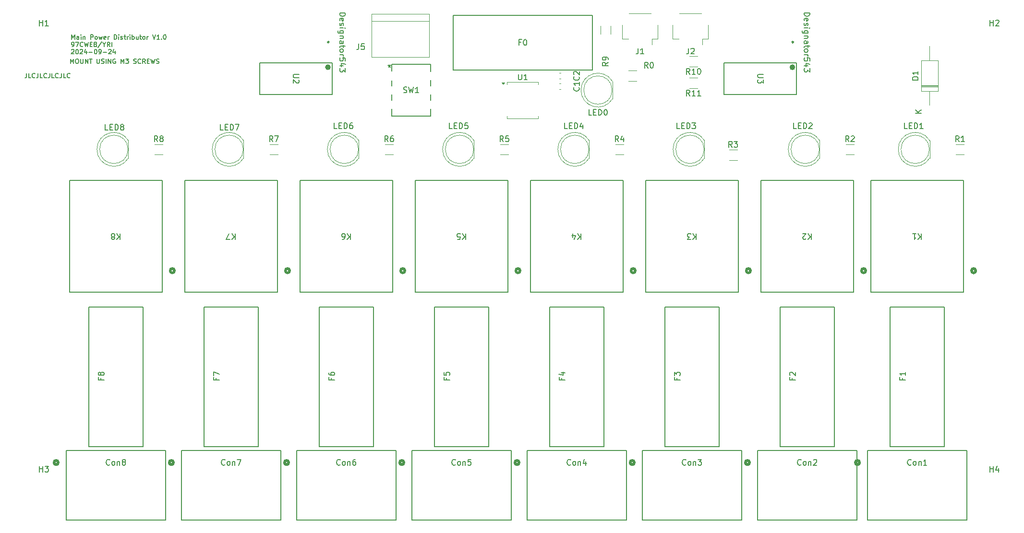
<source format=gbr>
%TF.GenerationSoftware,KiCad,Pcbnew,8.0.5*%
%TF.CreationDate,2024-09-24T14:12:51-04:00*%
%TF.ProjectId,MPD V1,4d504420-5631-42e6-9b69-6361645f7063,rev?*%
%TF.SameCoordinates,Original*%
%TF.FileFunction,Legend,Top*%
%TF.FilePolarity,Positive*%
%FSLAX46Y46*%
G04 Gerber Fmt 4.6, Leading zero omitted, Abs format (unit mm)*
G04 Created by KiCad (PCBNEW 8.0.5) date 2024-09-24 14:12:51*
%MOMM*%
%LPD*%
G01*
G04 APERTURE LIST*
%ADD10C,0.127000*%
%ADD11C,0.150000*%
%ADD12C,0.152400*%
%ADD13C,0.508000*%
%ADD14C,0.120000*%
%ADD15C,0.200000*%
%ADD16C,0.500000*%
%ADD17C,0.250000*%
G04 APERTURE END LIST*
D10*
X55519028Y-48623491D02*
X55519028Y-47823491D01*
X55519028Y-47823491D02*
X55785694Y-48394919D01*
X55785694Y-48394919D02*
X56052361Y-47823491D01*
X56052361Y-47823491D02*
X56052361Y-48623491D01*
X56585695Y-47823491D02*
X56738076Y-47823491D01*
X56738076Y-47823491D02*
X56814266Y-47861586D01*
X56814266Y-47861586D02*
X56890457Y-47937776D01*
X56890457Y-47937776D02*
X56928552Y-48090157D01*
X56928552Y-48090157D02*
X56928552Y-48356824D01*
X56928552Y-48356824D02*
X56890457Y-48509205D01*
X56890457Y-48509205D02*
X56814266Y-48585396D01*
X56814266Y-48585396D02*
X56738076Y-48623491D01*
X56738076Y-48623491D02*
X56585695Y-48623491D01*
X56585695Y-48623491D02*
X56509504Y-48585396D01*
X56509504Y-48585396D02*
X56433314Y-48509205D01*
X56433314Y-48509205D02*
X56395218Y-48356824D01*
X56395218Y-48356824D02*
X56395218Y-48090157D01*
X56395218Y-48090157D02*
X56433314Y-47937776D01*
X56433314Y-47937776D02*
X56509504Y-47861586D01*
X56509504Y-47861586D02*
X56585695Y-47823491D01*
X57271409Y-47823491D02*
X57271409Y-48471110D01*
X57271409Y-48471110D02*
X57309504Y-48547300D01*
X57309504Y-48547300D02*
X57347599Y-48585396D01*
X57347599Y-48585396D02*
X57423790Y-48623491D01*
X57423790Y-48623491D02*
X57576171Y-48623491D01*
X57576171Y-48623491D02*
X57652361Y-48585396D01*
X57652361Y-48585396D02*
X57690456Y-48547300D01*
X57690456Y-48547300D02*
X57728552Y-48471110D01*
X57728552Y-48471110D02*
X57728552Y-47823491D01*
X58109504Y-48623491D02*
X58109504Y-47823491D01*
X58109504Y-47823491D02*
X58566647Y-48623491D01*
X58566647Y-48623491D02*
X58566647Y-47823491D01*
X58833313Y-47823491D02*
X59290456Y-47823491D01*
X59061884Y-48623491D02*
X59061884Y-47823491D01*
X60166647Y-47823491D02*
X60166647Y-48471110D01*
X60166647Y-48471110D02*
X60204742Y-48547300D01*
X60204742Y-48547300D02*
X60242837Y-48585396D01*
X60242837Y-48585396D02*
X60319028Y-48623491D01*
X60319028Y-48623491D02*
X60471409Y-48623491D01*
X60471409Y-48623491D02*
X60547599Y-48585396D01*
X60547599Y-48585396D02*
X60585694Y-48547300D01*
X60585694Y-48547300D02*
X60623790Y-48471110D01*
X60623790Y-48471110D02*
X60623790Y-47823491D01*
X60966646Y-48585396D02*
X61080932Y-48623491D01*
X61080932Y-48623491D02*
X61271408Y-48623491D01*
X61271408Y-48623491D02*
X61347599Y-48585396D01*
X61347599Y-48585396D02*
X61385694Y-48547300D01*
X61385694Y-48547300D02*
X61423789Y-48471110D01*
X61423789Y-48471110D02*
X61423789Y-48394919D01*
X61423789Y-48394919D02*
X61385694Y-48318729D01*
X61385694Y-48318729D02*
X61347599Y-48280634D01*
X61347599Y-48280634D02*
X61271408Y-48242538D01*
X61271408Y-48242538D02*
X61119027Y-48204443D01*
X61119027Y-48204443D02*
X61042837Y-48166348D01*
X61042837Y-48166348D02*
X61004742Y-48128253D01*
X61004742Y-48128253D02*
X60966646Y-48052062D01*
X60966646Y-48052062D02*
X60966646Y-47975872D01*
X60966646Y-47975872D02*
X61004742Y-47899681D01*
X61004742Y-47899681D02*
X61042837Y-47861586D01*
X61042837Y-47861586D02*
X61119027Y-47823491D01*
X61119027Y-47823491D02*
X61309504Y-47823491D01*
X61309504Y-47823491D02*
X61423789Y-47861586D01*
X61766647Y-48623491D02*
X61766647Y-47823491D01*
X62147599Y-48623491D02*
X62147599Y-47823491D01*
X62147599Y-47823491D02*
X62604742Y-48623491D01*
X62604742Y-48623491D02*
X62604742Y-47823491D01*
X63404741Y-47861586D02*
X63328551Y-47823491D01*
X63328551Y-47823491D02*
X63214265Y-47823491D01*
X63214265Y-47823491D02*
X63099979Y-47861586D01*
X63099979Y-47861586D02*
X63023789Y-47937776D01*
X63023789Y-47937776D02*
X62985694Y-48013967D01*
X62985694Y-48013967D02*
X62947598Y-48166348D01*
X62947598Y-48166348D02*
X62947598Y-48280634D01*
X62947598Y-48280634D02*
X62985694Y-48433015D01*
X62985694Y-48433015D02*
X63023789Y-48509205D01*
X63023789Y-48509205D02*
X63099979Y-48585396D01*
X63099979Y-48585396D02*
X63214265Y-48623491D01*
X63214265Y-48623491D02*
X63290456Y-48623491D01*
X63290456Y-48623491D02*
X63404741Y-48585396D01*
X63404741Y-48585396D02*
X63442837Y-48547300D01*
X63442837Y-48547300D02*
X63442837Y-48280634D01*
X63442837Y-48280634D02*
X63290456Y-48280634D01*
X64395218Y-48623491D02*
X64395218Y-47823491D01*
X64395218Y-47823491D02*
X64661884Y-48394919D01*
X64661884Y-48394919D02*
X64928551Y-47823491D01*
X64928551Y-47823491D02*
X64928551Y-48623491D01*
X65233313Y-47823491D02*
X65728551Y-47823491D01*
X65728551Y-47823491D02*
X65461885Y-48128253D01*
X65461885Y-48128253D02*
X65576170Y-48128253D01*
X65576170Y-48128253D02*
X65652361Y-48166348D01*
X65652361Y-48166348D02*
X65690456Y-48204443D01*
X65690456Y-48204443D02*
X65728551Y-48280634D01*
X65728551Y-48280634D02*
X65728551Y-48471110D01*
X65728551Y-48471110D02*
X65690456Y-48547300D01*
X65690456Y-48547300D02*
X65652361Y-48585396D01*
X65652361Y-48585396D02*
X65576170Y-48623491D01*
X65576170Y-48623491D02*
X65347599Y-48623491D01*
X65347599Y-48623491D02*
X65271408Y-48585396D01*
X65271408Y-48585396D02*
X65233313Y-48547300D01*
X66642837Y-48585396D02*
X66757123Y-48623491D01*
X66757123Y-48623491D02*
X66947599Y-48623491D01*
X66947599Y-48623491D02*
X67023790Y-48585396D01*
X67023790Y-48585396D02*
X67061885Y-48547300D01*
X67061885Y-48547300D02*
X67099980Y-48471110D01*
X67099980Y-48471110D02*
X67099980Y-48394919D01*
X67099980Y-48394919D02*
X67061885Y-48318729D01*
X67061885Y-48318729D02*
X67023790Y-48280634D01*
X67023790Y-48280634D02*
X66947599Y-48242538D01*
X66947599Y-48242538D02*
X66795218Y-48204443D01*
X66795218Y-48204443D02*
X66719028Y-48166348D01*
X66719028Y-48166348D02*
X66680933Y-48128253D01*
X66680933Y-48128253D02*
X66642837Y-48052062D01*
X66642837Y-48052062D02*
X66642837Y-47975872D01*
X66642837Y-47975872D02*
X66680933Y-47899681D01*
X66680933Y-47899681D02*
X66719028Y-47861586D01*
X66719028Y-47861586D02*
X66795218Y-47823491D01*
X66795218Y-47823491D02*
X66985695Y-47823491D01*
X66985695Y-47823491D02*
X67099980Y-47861586D01*
X67899981Y-48547300D02*
X67861885Y-48585396D01*
X67861885Y-48585396D02*
X67747600Y-48623491D01*
X67747600Y-48623491D02*
X67671409Y-48623491D01*
X67671409Y-48623491D02*
X67557123Y-48585396D01*
X67557123Y-48585396D02*
X67480933Y-48509205D01*
X67480933Y-48509205D02*
X67442838Y-48433015D01*
X67442838Y-48433015D02*
X67404742Y-48280634D01*
X67404742Y-48280634D02*
X67404742Y-48166348D01*
X67404742Y-48166348D02*
X67442838Y-48013967D01*
X67442838Y-48013967D02*
X67480933Y-47937776D01*
X67480933Y-47937776D02*
X67557123Y-47861586D01*
X67557123Y-47861586D02*
X67671409Y-47823491D01*
X67671409Y-47823491D02*
X67747600Y-47823491D01*
X67747600Y-47823491D02*
X67861885Y-47861586D01*
X67861885Y-47861586D02*
X67899981Y-47899681D01*
X68699981Y-48623491D02*
X68433314Y-48242538D01*
X68242838Y-48623491D02*
X68242838Y-47823491D01*
X68242838Y-47823491D02*
X68547600Y-47823491D01*
X68547600Y-47823491D02*
X68623790Y-47861586D01*
X68623790Y-47861586D02*
X68661885Y-47899681D01*
X68661885Y-47899681D02*
X68699981Y-47975872D01*
X68699981Y-47975872D02*
X68699981Y-48090157D01*
X68699981Y-48090157D02*
X68661885Y-48166348D01*
X68661885Y-48166348D02*
X68623790Y-48204443D01*
X68623790Y-48204443D02*
X68547600Y-48242538D01*
X68547600Y-48242538D02*
X68242838Y-48242538D01*
X69042838Y-48204443D02*
X69309504Y-48204443D01*
X69423790Y-48623491D02*
X69042838Y-48623491D01*
X69042838Y-48623491D02*
X69042838Y-47823491D01*
X69042838Y-47823491D02*
X69423790Y-47823491D01*
X69690457Y-47823491D02*
X69880933Y-48623491D01*
X69880933Y-48623491D02*
X70033314Y-48052062D01*
X70033314Y-48052062D02*
X70185695Y-48623491D01*
X70185695Y-48623491D02*
X70376172Y-47823491D01*
X70642838Y-48585396D02*
X70757124Y-48623491D01*
X70757124Y-48623491D02*
X70947600Y-48623491D01*
X70947600Y-48623491D02*
X71023791Y-48585396D01*
X71023791Y-48585396D02*
X71061886Y-48547300D01*
X71061886Y-48547300D02*
X71099981Y-48471110D01*
X71099981Y-48471110D02*
X71099981Y-48394919D01*
X71099981Y-48394919D02*
X71061886Y-48318729D01*
X71061886Y-48318729D02*
X71023791Y-48280634D01*
X71023791Y-48280634D02*
X70947600Y-48242538D01*
X70947600Y-48242538D02*
X70795219Y-48204443D01*
X70795219Y-48204443D02*
X70719029Y-48166348D01*
X70719029Y-48166348D02*
X70680934Y-48128253D01*
X70680934Y-48128253D02*
X70642838Y-48052062D01*
X70642838Y-48052062D02*
X70642838Y-47975872D01*
X70642838Y-47975872D02*
X70680934Y-47899681D01*
X70680934Y-47899681D02*
X70719029Y-47861586D01*
X70719029Y-47861586D02*
X70795219Y-47823491D01*
X70795219Y-47823491D02*
X70985696Y-47823491D01*
X70985696Y-47823491D02*
X71099981Y-47861586D01*
X47739761Y-50363491D02*
X47739761Y-50934919D01*
X47739761Y-50934919D02*
X47701666Y-51049205D01*
X47701666Y-51049205D02*
X47625475Y-51125396D01*
X47625475Y-51125396D02*
X47511190Y-51163491D01*
X47511190Y-51163491D02*
X47434999Y-51163491D01*
X48501666Y-51163491D02*
X48120714Y-51163491D01*
X48120714Y-51163491D02*
X48120714Y-50363491D01*
X49225476Y-51087300D02*
X49187380Y-51125396D01*
X49187380Y-51125396D02*
X49073095Y-51163491D01*
X49073095Y-51163491D02*
X48996904Y-51163491D01*
X48996904Y-51163491D02*
X48882618Y-51125396D01*
X48882618Y-51125396D02*
X48806428Y-51049205D01*
X48806428Y-51049205D02*
X48768333Y-50973015D01*
X48768333Y-50973015D02*
X48730237Y-50820634D01*
X48730237Y-50820634D02*
X48730237Y-50706348D01*
X48730237Y-50706348D02*
X48768333Y-50553967D01*
X48768333Y-50553967D02*
X48806428Y-50477776D01*
X48806428Y-50477776D02*
X48882618Y-50401586D01*
X48882618Y-50401586D02*
X48996904Y-50363491D01*
X48996904Y-50363491D02*
X49073095Y-50363491D01*
X49073095Y-50363491D02*
X49187380Y-50401586D01*
X49187380Y-50401586D02*
X49225476Y-50439681D01*
X49796904Y-50363491D02*
X49796904Y-50934919D01*
X49796904Y-50934919D02*
X49758809Y-51049205D01*
X49758809Y-51049205D02*
X49682618Y-51125396D01*
X49682618Y-51125396D02*
X49568333Y-51163491D01*
X49568333Y-51163491D02*
X49492142Y-51163491D01*
X50558809Y-51163491D02*
X50177857Y-51163491D01*
X50177857Y-51163491D02*
X50177857Y-50363491D01*
X51282619Y-51087300D02*
X51244523Y-51125396D01*
X51244523Y-51125396D02*
X51130238Y-51163491D01*
X51130238Y-51163491D02*
X51054047Y-51163491D01*
X51054047Y-51163491D02*
X50939761Y-51125396D01*
X50939761Y-51125396D02*
X50863571Y-51049205D01*
X50863571Y-51049205D02*
X50825476Y-50973015D01*
X50825476Y-50973015D02*
X50787380Y-50820634D01*
X50787380Y-50820634D02*
X50787380Y-50706348D01*
X50787380Y-50706348D02*
X50825476Y-50553967D01*
X50825476Y-50553967D02*
X50863571Y-50477776D01*
X50863571Y-50477776D02*
X50939761Y-50401586D01*
X50939761Y-50401586D02*
X51054047Y-50363491D01*
X51054047Y-50363491D02*
X51130238Y-50363491D01*
X51130238Y-50363491D02*
X51244523Y-50401586D01*
X51244523Y-50401586D02*
X51282619Y-50439681D01*
X51854047Y-50363491D02*
X51854047Y-50934919D01*
X51854047Y-50934919D02*
X51815952Y-51049205D01*
X51815952Y-51049205D02*
X51739761Y-51125396D01*
X51739761Y-51125396D02*
X51625476Y-51163491D01*
X51625476Y-51163491D02*
X51549285Y-51163491D01*
X52615952Y-51163491D02*
X52235000Y-51163491D01*
X52235000Y-51163491D02*
X52235000Y-50363491D01*
X53339762Y-51087300D02*
X53301666Y-51125396D01*
X53301666Y-51125396D02*
X53187381Y-51163491D01*
X53187381Y-51163491D02*
X53111190Y-51163491D01*
X53111190Y-51163491D02*
X52996904Y-51125396D01*
X52996904Y-51125396D02*
X52920714Y-51049205D01*
X52920714Y-51049205D02*
X52882619Y-50973015D01*
X52882619Y-50973015D02*
X52844523Y-50820634D01*
X52844523Y-50820634D02*
X52844523Y-50706348D01*
X52844523Y-50706348D02*
X52882619Y-50553967D01*
X52882619Y-50553967D02*
X52920714Y-50477776D01*
X52920714Y-50477776D02*
X52996904Y-50401586D01*
X52996904Y-50401586D02*
X53111190Y-50363491D01*
X53111190Y-50363491D02*
X53187381Y-50363491D01*
X53187381Y-50363491D02*
X53301666Y-50401586D01*
X53301666Y-50401586D02*
X53339762Y-50439681D01*
X53911190Y-50363491D02*
X53911190Y-50934919D01*
X53911190Y-50934919D02*
X53873095Y-51049205D01*
X53873095Y-51049205D02*
X53796904Y-51125396D01*
X53796904Y-51125396D02*
X53682619Y-51163491D01*
X53682619Y-51163491D02*
X53606428Y-51163491D01*
X54673095Y-51163491D02*
X54292143Y-51163491D01*
X54292143Y-51163491D02*
X54292143Y-50363491D01*
X55396905Y-51087300D02*
X55358809Y-51125396D01*
X55358809Y-51125396D02*
X55244524Y-51163491D01*
X55244524Y-51163491D02*
X55168333Y-51163491D01*
X55168333Y-51163491D02*
X55054047Y-51125396D01*
X55054047Y-51125396D02*
X54977857Y-51049205D01*
X54977857Y-51049205D02*
X54939762Y-50973015D01*
X54939762Y-50973015D02*
X54901666Y-50820634D01*
X54901666Y-50820634D02*
X54901666Y-50706348D01*
X54901666Y-50706348D02*
X54939762Y-50553967D01*
X54939762Y-50553967D02*
X54977857Y-50477776D01*
X54977857Y-50477776D02*
X55054047Y-50401586D01*
X55054047Y-50401586D02*
X55168333Y-50363491D01*
X55168333Y-50363491D02*
X55244524Y-50363491D01*
X55244524Y-50363491D02*
X55358809Y-50401586D01*
X55358809Y-50401586D02*
X55396905Y-50439681D01*
X55709028Y-44375536D02*
X55709028Y-43575536D01*
X55709028Y-43575536D02*
X55975694Y-44146964D01*
X55975694Y-44146964D02*
X56242361Y-43575536D01*
X56242361Y-43575536D02*
X56242361Y-44375536D01*
X56966171Y-44375536D02*
X56966171Y-43956488D01*
X56966171Y-43956488D02*
X56928076Y-43880298D01*
X56928076Y-43880298D02*
X56851885Y-43842202D01*
X56851885Y-43842202D02*
X56699504Y-43842202D01*
X56699504Y-43842202D02*
X56623314Y-43880298D01*
X56966171Y-44337441D02*
X56889980Y-44375536D01*
X56889980Y-44375536D02*
X56699504Y-44375536D01*
X56699504Y-44375536D02*
X56623314Y-44337441D01*
X56623314Y-44337441D02*
X56585218Y-44261250D01*
X56585218Y-44261250D02*
X56585218Y-44185060D01*
X56585218Y-44185060D02*
X56623314Y-44108869D01*
X56623314Y-44108869D02*
X56699504Y-44070774D01*
X56699504Y-44070774D02*
X56889980Y-44070774D01*
X56889980Y-44070774D02*
X56966171Y-44032679D01*
X57347124Y-44375536D02*
X57347124Y-43842202D01*
X57347124Y-43575536D02*
X57309028Y-43613631D01*
X57309028Y-43613631D02*
X57347124Y-43651726D01*
X57347124Y-43651726D02*
X57385219Y-43613631D01*
X57385219Y-43613631D02*
X57347124Y-43575536D01*
X57347124Y-43575536D02*
X57347124Y-43651726D01*
X57728076Y-43842202D02*
X57728076Y-44375536D01*
X57728076Y-43918393D02*
X57766171Y-43880298D01*
X57766171Y-43880298D02*
X57842361Y-43842202D01*
X57842361Y-43842202D02*
X57956647Y-43842202D01*
X57956647Y-43842202D02*
X58032838Y-43880298D01*
X58032838Y-43880298D02*
X58070933Y-43956488D01*
X58070933Y-43956488D02*
X58070933Y-44375536D01*
X59061410Y-44375536D02*
X59061410Y-43575536D01*
X59061410Y-43575536D02*
X59366172Y-43575536D01*
X59366172Y-43575536D02*
X59442362Y-43613631D01*
X59442362Y-43613631D02*
X59480457Y-43651726D01*
X59480457Y-43651726D02*
X59518553Y-43727917D01*
X59518553Y-43727917D02*
X59518553Y-43842202D01*
X59518553Y-43842202D02*
X59480457Y-43918393D01*
X59480457Y-43918393D02*
X59442362Y-43956488D01*
X59442362Y-43956488D02*
X59366172Y-43994583D01*
X59366172Y-43994583D02*
X59061410Y-43994583D01*
X59975695Y-44375536D02*
X59899505Y-44337441D01*
X59899505Y-44337441D02*
X59861410Y-44299345D01*
X59861410Y-44299345D02*
X59823314Y-44223155D01*
X59823314Y-44223155D02*
X59823314Y-43994583D01*
X59823314Y-43994583D02*
X59861410Y-43918393D01*
X59861410Y-43918393D02*
X59899505Y-43880298D01*
X59899505Y-43880298D02*
X59975695Y-43842202D01*
X59975695Y-43842202D02*
X60089981Y-43842202D01*
X60089981Y-43842202D02*
X60166172Y-43880298D01*
X60166172Y-43880298D02*
X60204267Y-43918393D01*
X60204267Y-43918393D02*
X60242362Y-43994583D01*
X60242362Y-43994583D02*
X60242362Y-44223155D01*
X60242362Y-44223155D02*
X60204267Y-44299345D01*
X60204267Y-44299345D02*
X60166172Y-44337441D01*
X60166172Y-44337441D02*
X60089981Y-44375536D01*
X60089981Y-44375536D02*
X59975695Y-44375536D01*
X60509029Y-43842202D02*
X60661410Y-44375536D01*
X60661410Y-44375536D02*
X60813791Y-43994583D01*
X60813791Y-43994583D02*
X60966172Y-44375536D01*
X60966172Y-44375536D02*
X61118553Y-43842202D01*
X61728077Y-44337441D02*
X61651886Y-44375536D01*
X61651886Y-44375536D02*
X61499505Y-44375536D01*
X61499505Y-44375536D02*
X61423315Y-44337441D01*
X61423315Y-44337441D02*
X61385219Y-44261250D01*
X61385219Y-44261250D02*
X61385219Y-43956488D01*
X61385219Y-43956488D02*
X61423315Y-43880298D01*
X61423315Y-43880298D02*
X61499505Y-43842202D01*
X61499505Y-43842202D02*
X61651886Y-43842202D01*
X61651886Y-43842202D02*
X61728077Y-43880298D01*
X61728077Y-43880298D02*
X61766172Y-43956488D01*
X61766172Y-43956488D02*
X61766172Y-44032679D01*
X61766172Y-44032679D02*
X61385219Y-44108869D01*
X62109029Y-44375536D02*
X62109029Y-43842202D01*
X62109029Y-43994583D02*
X62147124Y-43918393D01*
X62147124Y-43918393D02*
X62185219Y-43880298D01*
X62185219Y-43880298D02*
X62261410Y-43842202D01*
X62261410Y-43842202D02*
X62337600Y-43842202D01*
X63213791Y-44375536D02*
X63213791Y-43575536D01*
X63213791Y-43575536D02*
X63404267Y-43575536D01*
X63404267Y-43575536D02*
X63518553Y-43613631D01*
X63518553Y-43613631D02*
X63594743Y-43689821D01*
X63594743Y-43689821D02*
X63632838Y-43766012D01*
X63632838Y-43766012D02*
X63670934Y-43918393D01*
X63670934Y-43918393D02*
X63670934Y-44032679D01*
X63670934Y-44032679D02*
X63632838Y-44185060D01*
X63632838Y-44185060D02*
X63594743Y-44261250D01*
X63594743Y-44261250D02*
X63518553Y-44337441D01*
X63518553Y-44337441D02*
X63404267Y-44375536D01*
X63404267Y-44375536D02*
X63213791Y-44375536D01*
X64013791Y-44375536D02*
X64013791Y-43842202D01*
X64013791Y-43575536D02*
X63975695Y-43613631D01*
X63975695Y-43613631D02*
X64013791Y-43651726D01*
X64013791Y-43651726D02*
X64051886Y-43613631D01*
X64051886Y-43613631D02*
X64013791Y-43575536D01*
X64013791Y-43575536D02*
X64013791Y-43651726D01*
X64356647Y-44337441D02*
X64432838Y-44375536D01*
X64432838Y-44375536D02*
X64585219Y-44375536D01*
X64585219Y-44375536D02*
X64661409Y-44337441D01*
X64661409Y-44337441D02*
X64699505Y-44261250D01*
X64699505Y-44261250D02*
X64699505Y-44223155D01*
X64699505Y-44223155D02*
X64661409Y-44146964D01*
X64661409Y-44146964D02*
X64585219Y-44108869D01*
X64585219Y-44108869D02*
X64470933Y-44108869D01*
X64470933Y-44108869D02*
X64394743Y-44070774D01*
X64394743Y-44070774D02*
X64356647Y-43994583D01*
X64356647Y-43994583D02*
X64356647Y-43956488D01*
X64356647Y-43956488D02*
X64394743Y-43880298D01*
X64394743Y-43880298D02*
X64470933Y-43842202D01*
X64470933Y-43842202D02*
X64585219Y-43842202D01*
X64585219Y-43842202D02*
X64661409Y-43880298D01*
X64928076Y-43842202D02*
X65232838Y-43842202D01*
X65042362Y-43575536D02*
X65042362Y-44261250D01*
X65042362Y-44261250D02*
X65080457Y-44337441D01*
X65080457Y-44337441D02*
X65156647Y-44375536D01*
X65156647Y-44375536D02*
X65232838Y-44375536D01*
X65499505Y-44375536D02*
X65499505Y-43842202D01*
X65499505Y-43994583D02*
X65537600Y-43918393D01*
X65537600Y-43918393D02*
X65575695Y-43880298D01*
X65575695Y-43880298D02*
X65651886Y-43842202D01*
X65651886Y-43842202D02*
X65728076Y-43842202D01*
X65994743Y-44375536D02*
X65994743Y-43842202D01*
X65994743Y-43575536D02*
X65956647Y-43613631D01*
X65956647Y-43613631D02*
X65994743Y-43651726D01*
X65994743Y-43651726D02*
X66032838Y-43613631D01*
X66032838Y-43613631D02*
X65994743Y-43575536D01*
X65994743Y-43575536D02*
X65994743Y-43651726D01*
X66375695Y-44375536D02*
X66375695Y-43575536D01*
X66375695Y-43880298D02*
X66451885Y-43842202D01*
X66451885Y-43842202D02*
X66604266Y-43842202D01*
X66604266Y-43842202D02*
X66680457Y-43880298D01*
X66680457Y-43880298D02*
X66718552Y-43918393D01*
X66718552Y-43918393D02*
X66756647Y-43994583D01*
X66756647Y-43994583D02*
X66756647Y-44223155D01*
X66756647Y-44223155D02*
X66718552Y-44299345D01*
X66718552Y-44299345D02*
X66680457Y-44337441D01*
X66680457Y-44337441D02*
X66604266Y-44375536D01*
X66604266Y-44375536D02*
X66451885Y-44375536D01*
X66451885Y-44375536D02*
X66375695Y-44337441D01*
X67442362Y-43842202D02*
X67442362Y-44375536D01*
X67099505Y-43842202D02*
X67099505Y-44261250D01*
X67099505Y-44261250D02*
X67137600Y-44337441D01*
X67137600Y-44337441D02*
X67213790Y-44375536D01*
X67213790Y-44375536D02*
X67328076Y-44375536D01*
X67328076Y-44375536D02*
X67404267Y-44337441D01*
X67404267Y-44337441D02*
X67442362Y-44299345D01*
X67709029Y-43842202D02*
X68013791Y-43842202D01*
X67823315Y-43575536D02*
X67823315Y-44261250D01*
X67823315Y-44261250D02*
X67861410Y-44337441D01*
X67861410Y-44337441D02*
X67937600Y-44375536D01*
X67937600Y-44375536D02*
X68013791Y-44375536D01*
X68394743Y-44375536D02*
X68318553Y-44337441D01*
X68318553Y-44337441D02*
X68280458Y-44299345D01*
X68280458Y-44299345D02*
X68242362Y-44223155D01*
X68242362Y-44223155D02*
X68242362Y-43994583D01*
X68242362Y-43994583D02*
X68280458Y-43918393D01*
X68280458Y-43918393D02*
X68318553Y-43880298D01*
X68318553Y-43880298D02*
X68394743Y-43842202D01*
X68394743Y-43842202D02*
X68509029Y-43842202D01*
X68509029Y-43842202D02*
X68585220Y-43880298D01*
X68585220Y-43880298D02*
X68623315Y-43918393D01*
X68623315Y-43918393D02*
X68661410Y-43994583D01*
X68661410Y-43994583D02*
X68661410Y-44223155D01*
X68661410Y-44223155D02*
X68623315Y-44299345D01*
X68623315Y-44299345D02*
X68585220Y-44337441D01*
X68585220Y-44337441D02*
X68509029Y-44375536D01*
X68509029Y-44375536D02*
X68394743Y-44375536D01*
X69004268Y-44375536D02*
X69004268Y-43842202D01*
X69004268Y-43994583D02*
X69042363Y-43918393D01*
X69042363Y-43918393D02*
X69080458Y-43880298D01*
X69080458Y-43880298D02*
X69156649Y-43842202D01*
X69156649Y-43842202D02*
X69232839Y-43842202D01*
X69994744Y-43575536D02*
X70261411Y-44375536D01*
X70261411Y-44375536D02*
X70528077Y-43575536D01*
X71213791Y-44375536D02*
X70756648Y-44375536D01*
X70985220Y-44375536D02*
X70985220Y-43575536D01*
X70985220Y-43575536D02*
X70909029Y-43689821D01*
X70909029Y-43689821D02*
X70832839Y-43766012D01*
X70832839Y-43766012D02*
X70756648Y-43804107D01*
X71556649Y-44299345D02*
X71594744Y-44337441D01*
X71594744Y-44337441D02*
X71556649Y-44375536D01*
X71556649Y-44375536D02*
X71518553Y-44337441D01*
X71518553Y-44337441D02*
X71556649Y-44299345D01*
X71556649Y-44299345D02*
X71556649Y-44375536D01*
X72089982Y-43575536D02*
X72166172Y-43575536D01*
X72166172Y-43575536D02*
X72242363Y-43613631D01*
X72242363Y-43613631D02*
X72280458Y-43651726D01*
X72280458Y-43651726D02*
X72318553Y-43727917D01*
X72318553Y-43727917D02*
X72356648Y-43880298D01*
X72356648Y-43880298D02*
X72356648Y-44070774D01*
X72356648Y-44070774D02*
X72318553Y-44223155D01*
X72318553Y-44223155D02*
X72280458Y-44299345D01*
X72280458Y-44299345D02*
X72242363Y-44337441D01*
X72242363Y-44337441D02*
X72166172Y-44375536D01*
X72166172Y-44375536D02*
X72089982Y-44375536D01*
X72089982Y-44375536D02*
X72013791Y-44337441D01*
X72013791Y-44337441D02*
X71975696Y-44299345D01*
X71975696Y-44299345D02*
X71937601Y-44223155D01*
X71937601Y-44223155D02*
X71899505Y-44070774D01*
X71899505Y-44070774D02*
X71899505Y-43880298D01*
X71899505Y-43880298D02*
X71937601Y-43727917D01*
X71937601Y-43727917D02*
X71975696Y-43651726D01*
X71975696Y-43651726D02*
X72013791Y-43613631D01*
X72013791Y-43613631D02*
X72089982Y-43575536D01*
X55747123Y-45663491D02*
X55899504Y-45663491D01*
X55899504Y-45663491D02*
X55975694Y-45625396D01*
X55975694Y-45625396D02*
X56013790Y-45587300D01*
X56013790Y-45587300D02*
X56089980Y-45473015D01*
X56089980Y-45473015D02*
X56128075Y-45320634D01*
X56128075Y-45320634D02*
X56128075Y-45015872D01*
X56128075Y-45015872D02*
X56089980Y-44939681D01*
X56089980Y-44939681D02*
X56051885Y-44901586D01*
X56051885Y-44901586D02*
X55975694Y-44863491D01*
X55975694Y-44863491D02*
X55823313Y-44863491D01*
X55823313Y-44863491D02*
X55747123Y-44901586D01*
X55747123Y-44901586D02*
X55709028Y-44939681D01*
X55709028Y-44939681D02*
X55670932Y-45015872D01*
X55670932Y-45015872D02*
X55670932Y-45206348D01*
X55670932Y-45206348D02*
X55709028Y-45282538D01*
X55709028Y-45282538D02*
X55747123Y-45320634D01*
X55747123Y-45320634D02*
X55823313Y-45358729D01*
X55823313Y-45358729D02*
X55975694Y-45358729D01*
X55975694Y-45358729D02*
X56051885Y-45320634D01*
X56051885Y-45320634D02*
X56089980Y-45282538D01*
X56089980Y-45282538D02*
X56128075Y-45206348D01*
X56394742Y-44863491D02*
X56928076Y-44863491D01*
X56928076Y-44863491D02*
X56585218Y-45663491D01*
X57689981Y-45587300D02*
X57651885Y-45625396D01*
X57651885Y-45625396D02*
X57537600Y-45663491D01*
X57537600Y-45663491D02*
X57461409Y-45663491D01*
X57461409Y-45663491D02*
X57347123Y-45625396D01*
X57347123Y-45625396D02*
X57270933Y-45549205D01*
X57270933Y-45549205D02*
X57232838Y-45473015D01*
X57232838Y-45473015D02*
X57194742Y-45320634D01*
X57194742Y-45320634D02*
X57194742Y-45206348D01*
X57194742Y-45206348D02*
X57232838Y-45053967D01*
X57232838Y-45053967D02*
X57270933Y-44977776D01*
X57270933Y-44977776D02*
X57347123Y-44901586D01*
X57347123Y-44901586D02*
X57461409Y-44863491D01*
X57461409Y-44863491D02*
X57537600Y-44863491D01*
X57537600Y-44863491D02*
X57651885Y-44901586D01*
X57651885Y-44901586D02*
X57689981Y-44939681D01*
X57956647Y-44863491D02*
X58147123Y-45663491D01*
X58147123Y-45663491D02*
X58299504Y-45092062D01*
X58299504Y-45092062D02*
X58451885Y-45663491D01*
X58451885Y-45663491D02*
X58642362Y-44863491D01*
X58947124Y-45244443D02*
X59213790Y-45244443D01*
X59328076Y-45663491D02*
X58947124Y-45663491D01*
X58947124Y-45663491D02*
X58947124Y-44863491D01*
X58947124Y-44863491D02*
X59328076Y-44863491D01*
X59937600Y-45244443D02*
X60051886Y-45282538D01*
X60051886Y-45282538D02*
X60089981Y-45320634D01*
X60089981Y-45320634D02*
X60128077Y-45396824D01*
X60128077Y-45396824D02*
X60128077Y-45511110D01*
X60128077Y-45511110D02*
X60089981Y-45587300D01*
X60089981Y-45587300D02*
X60051886Y-45625396D01*
X60051886Y-45625396D02*
X59975696Y-45663491D01*
X59975696Y-45663491D02*
X59670934Y-45663491D01*
X59670934Y-45663491D02*
X59670934Y-44863491D01*
X59670934Y-44863491D02*
X59937600Y-44863491D01*
X59937600Y-44863491D02*
X60013791Y-44901586D01*
X60013791Y-44901586D02*
X60051886Y-44939681D01*
X60051886Y-44939681D02*
X60089981Y-45015872D01*
X60089981Y-45015872D02*
X60089981Y-45092062D01*
X60089981Y-45092062D02*
X60051886Y-45168253D01*
X60051886Y-45168253D02*
X60013791Y-45206348D01*
X60013791Y-45206348D02*
X59937600Y-45244443D01*
X59937600Y-45244443D02*
X59670934Y-45244443D01*
X61042362Y-44825396D02*
X60356648Y-45853967D01*
X61461410Y-45282538D02*
X61461410Y-45663491D01*
X61194743Y-44863491D02*
X61461410Y-45282538D01*
X61461410Y-45282538D02*
X61728076Y-44863491D01*
X62451886Y-45663491D02*
X62185219Y-45282538D01*
X61994743Y-45663491D02*
X61994743Y-44863491D01*
X61994743Y-44863491D02*
X62299505Y-44863491D01*
X62299505Y-44863491D02*
X62375695Y-44901586D01*
X62375695Y-44901586D02*
X62413790Y-44939681D01*
X62413790Y-44939681D02*
X62451886Y-45015872D01*
X62451886Y-45015872D02*
X62451886Y-45130157D01*
X62451886Y-45130157D02*
X62413790Y-45206348D01*
X62413790Y-45206348D02*
X62375695Y-45244443D01*
X62375695Y-45244443D02*
X62299505Y-45282538D01*
X62299505Y-45282538D02*
X61994743Y-45282538D01*
X62794743Y-45663491D02*
X62794743Y-44863491D01*
X55670932Y-46227636D02*
X55709028Y-46189541D01*
X55709028Y-46189541D02*
X55785218Y-46151446D01*
X55785218Y-46151446D02*
X55975694Y-46151446D01*
X55975694Y-46151446D02*
X56051885Y-46189541D01*
X56051885Y-46189541D02*
X56089980Y-46227636D01*
X56089980Y-46227636D02*
X56128075Y-46303827D01*
X56128075Y-46303827D02*
X56128075Y-46380017D01*
X56128075Y-46380017D02*
X56089980Y-46494303D01*
X56089980Y-46494303D02*
X55632837Y-46951446D01*
X55632837Y-46951446D02*
X56128075Y-46951446D01*
X56623314Y-46151446D02*
X56699504Y-46151446D01*
X56699504Y-46151446D02*
X56775695Y-46189541D01*
X56775695Y-46189541D02*
X56813790Y-46227636D01*
X56813790Y-46227636D02*
X56851885Y-46303827D01*
X56851885Y-46303827D02*
X56889980Y-46456208D01*
X56889980Y-46456208D02*
X56889980Y-46646684D01*
X56889980Y-46646684D02*
X56851885Y-46799065D01*
X56851885Y-46799065D02*
X56813790Y-46875255D01*
X56813790Y-46875255D02*
X56775695Y-46913351D01*
X56775695Y-46913351D02*
X56699504Y-46951446D01*
X56699504Y-46951446D02*
X56623314Y-46951446D01*
X56623314Y-46951446D02*
X56547123Y-46913351D01*
X56547123Y-46913351D02*
X56509028Y-46875255D01*
X56509028Y-46875255D02*
X56470933Y-46799065D01*
X56470933Y-46799065D02*
X56432837Y-46646684D01*
X56432837Y-46646684D02*
X56432837Y-46456208D01*
X56432837Y-46456208D02*
X56470933Y-46303827D01*
X56470933Y-46303827D02*
X56509028Y-46227636D01*
X56509028Y-46227636D02*
X56547123Y-46189541D01*
X56547123Y-46189541D02*
X56623314Y-46151446D01*
X57194742Y-46227636D02*
X57232838Y-46189541D01*
X57232838Y-46189541D02*
X57309028Y-46151446D01*
X57309028Y-46151446D02*
X57499504Y-46151446D01*
X57499504Y-46151446D02*
X57575695Y-46189541D01*
X57575695Y-46189541D02*
X57613790Y-46227636D01*
X57613790Y-46227636D02*
X57651885Y-46303827D01*
X57651885Y-46303827D02*
X57651885Y-46380017D01*
X57651885Y-46380017D02*
X57613790Y-46494303D01*
X57613790Y-46494303D02*
X57156647Y-46951446D01*
X57156647Y-46951446D02*
X57651885Y-46951446D01*
X58337600Y-46418112D02*
X58337600Y-46951446D01*
X58147124Y-46113351D02*
X57956647Y-46684779D01*
X57956647Y-46684779D02*
X58451886Y-46684779D01*
X58756648Y-46646684D02*
X59366172Y-46646684D01*
X59899505Y-46151446D02*
X59975695Y-46151446D01*
X59975695Y-46151446D02*
X60051886Y-46189541D01*
X60051886Y-46189541D02*
X60089981Y-46227636D01*
X60089981Y-46227636D02*
X60128076Y-46303827D01*
X60128076Y-46303827D02*
X60166171Y-46456208D01*
X60166171Y-46456208D02*
X60166171Y-46646684D01*
X60166171Y-46646684D02*
X60128076Y-46799065D01*
X60128076Y-46799065D02*
X60089981Y-46875255D01*
X60089981Y-46875255D02*
X60051886Y-46913351D01*
X60051886Y-46913351D02*
X59975695Y-46951446D01*
X59975695Y-46951446D02*
X59899505Y-46951446D01*
X59899505Y-46951446D02*
X59823314Y-46913351D01*
X59823314Y-46913351D02*
X59785219Y-46875255D01*
X59785219Y-46875255D02*
X59747124Y-46799065D01*
X59747124Y-46799065D02*
X59709028Y-46646684D01*
X59709028Y-46646684D02*
X59709028Y-46456208D01*
X59709028Y-46456208D02*
X59747124Y-46303827D01*
X59747124Y-46303827D02*
X59785219Y-46227636D01*
X59785219Y-46227636D02*
X59823314Y-46189541D01*
X59823314Y-46189541D02*
X59899505Y-46151446D01*
X60547124Y-46951446D02*
X60699505Y-46951446D01*
X60699505Y-46951446D02*
X60775695Y-46913351D01*
X60775695Y-46913351D02*
X60813791Y-46875255D01*
X60813791Y-46875255D02*
X60889981Y-46760970D01*
X60889981Y-46760970D02*
X60928076Y-46608589D01*
X60928076Y-46608589D02*
X60928076Y-46303827D01*
X60928076Y-46303827D02*
X60889981Y-46227636D01*
X60889981Y-46227636D02*
X60851886Y-46189541D01*
X60851886Y-46189541D02*
X60775695Y-46151446D01*
X60775695Y-46151446D02*
X60623314Y-46151446D01*
X60623314Y-46151446D02*
X60547124Y-46189541D01*
X60547124Y-46189541D02*
X60509029Y-46227636D01*
X60509029Y-46227636D02*
X60470933Y-46303827D01*
X60470933Y-46303827D02*
X60470933Y-46494303D01*
X60470933Y-46494303D02*
X60509029Y-46570493D01*
X60509029Y-46570493D02*
X60547124Y-46608589D01*
X60547124Y-46608589D02*
X60623314Y-46646684D01*
X60623314Y-46646684D02*
X60775695Y-46646684D01*
X60775695Y-46646684D02*
X60851886Y-46608589D01*
X60851886Y-46608589D02*
X60889981Y-46570493D01*
X60889981Y-46570493D02*
X60928076Y-46494303D01*
X61270934Y-46646684D02*
X61880458Y-46646684D01*
X62223314Y-46227636D02*
X62261410Y-46189541D01*
X62261410Y-46189541D02*
X62337600Y-46151446D01*
X62337600Y-46151446D02*
X62528076Y-46151446D01*
X62528076Y-46151446D02*
X62604267Y-46189541D01*
X62604267Y-46189541D02*
X62642362Y-46227636D01*
X62642362Y-46227636D02*
X62680457Y-46303827D01*
X62680457Y-46303827D02*
X62680457Y-46380017D01*
X62680457Y-46380017D02*
X62642362Y-46494303D01*
X62642362Y-46494303D02*
X62185219Y-46951446D01*
X62185219Y-46951446D02*
X62680457Y-46951446D01*
X63366172Y-46418112D02*
X63366172Y-46951446D01*
X63175696Y-46113351D02*
X62985219Y-46684779D01*
X62985219Y-46684779D02*
X63480458Y-46684779D01*
D11*
X50038095Y-120714819D02*
X50038095Y-119714819D01*
X50038095Y-120191009D02*
X50609523Y-120191009D01*
X50609523Y-120714819D02*
X50609523Y-119714819D01*
X50990476Y-119714819D02*
X51609523Y-119714819D01*
X51609523Y-119714819D02*
X51276190Y-120095771D01*
X51276190Y-120095771D02*
X51419047Y-120095771D01*
X51419047Y-120095771D02*
X51514285Y-120143390D01*
X51514285Y-120143390D02*
X51561904Y-120191009D01*
X51561904Y-120191009D02*
X51609523Y-120286247D01*
X51609523Y-120286247D02*
X51609523Y-120524342D01*
X51609523Y-120524342D02*
X51561904Y-120619580D01*
X51561904Y-120619580D02*
X51514285Y-120667200D01*
X51514285Y-120667200D02*
X51419047Y-120714819D01*
X51419047Y-120714819D02*
X51133333Y-120714819D01*
X51133333Y-120714819D02*
X51038095Y-120667200D01*
X51038095Y-120667200D02*
X50990476Y-120619580D01*
X125198096Y-78653632D02*
X125198096Y-79653632D01*
X124626668Y-78653632D02*
X125055239Y-79225061D01*
X124626668Y-79653632D02*
X125198096Y-79082204D01*
X123721906Y-79653632D02*
X124198096Y-79653632D01*
X124198096Y-79653632D02*
X124245715Y-79177442D01*
X124245715Y-79177442D02*
X124198096Y-79225061D01*
X124198096Y-79225061D02*
X124102858Y-79272680D01*
X124102858Y-79272680D02*
X123864763Y-79272680D01*
X123864763Y-79272680D02*
X123769525Y-79225061D01*
X123769525Y-79225061D02*
X123721906Y-79177442D01*
X123721906Y-79177442D02*
X123674287Y-79082204D01*
X123674287Y-79082204D02*
X123674287Y-78844109D01*
X123674287Y-78844109D02*
X123721906Y-78748871D01*
X123721906Y-78748871D02*
X123769525Y-78701252D01*
X123769525Y-78701252D02*
X123864763Y-78653632D01*
X123864763Y-78653632D02*
X124102858Y-78653632D01*
X124102858Y-78653632D02*
X124198096Y-78701252D01*
X124198096Y-78701252D02*
X124245715Y-78748871D01*
X64238096Y-78653632D02*
X64238096Y-79653632D01*
X63666668Y-78653632D02*
X64095239Y-79225061D01*
X63666668Y-79653632D02*
X64238096Y-79082204D01*
X63095239Y-79225061D02*
X63190477Y-79272680D01*
X63190477Y-79272680D02*
X63238096Y-79320299D01*
X63238096Y-79320299D02*
X63285715Y-79415537D01*
X63285715Y-79415537D02*
X63285715Y-79463156D01*
X63285715Y-79463156D02*
X63238096Y-79558394D01*
X63238096Y-79558394D02*
X63190477Y-79606013D01*
X63190477Y-79606013D02*
X63095239Y-79653632D01*
X63095239Y-79653632D02*
X62904763Y-79653632D01*
X62904763Y-79653632D02*
X62809525Y-79606013D01*
X62809525Y-79606013D02*
X62761906Y-79558394D01*
X62761906Y-79558394D02*
X62714287Y-79463156D01*
X62714287Y-79463156D02*
X62714287Y-79415537D01*
X62714287Y-79415537D02*
X62761906Y-79320299D01*
X62761906Y-79320299D02*
X62809525Y-79272680D01*
X62809525Y-79272680D02*
X62904763Y-79225061D01*
X62904763Y-79225061D02*
X63095239Y-79225061D01*
X63095239Y-79225061D02*
X63190477Y-79177442D01*
X63190477Y-79177442D02*
X63238096Y-79129823D01*
X63238096Y-79129823D02*
X63285715Y-79034585D01*
X63285715Y-79034585D02*
X63285715Y-78844109D01*
X63285715Y-78844109D02*
X63238096Y-78748871D01*
X63238096Y-78748871D02*
X63190477Y-78701252D01*
X63190477Y-78701252D02*
X63095239Y-78653632D01*
X63095239Y-78653632D02*
X62904763Y-78653632D01*
X62904763Y-78653632D02*
X62809525Y-78701252D01*
X62809525Y-78701252D02*
X62761906Y-78748871D01*
X62761906Y-78748871D02*
X62714287Y-78844109D01*
X62714287Y-78844109D02*
X62714287Y-79034585D01*
X62714287Y-79034585D02*
X62761906Y-79129823D01*
X62761906Y-79129823D02*
X62809525Y-79177442D01*
X62809525Y-79177442D02*
X62904763Y-79225061D01*
X102512952Y-60144819D02*
X102036762Y-60144819D01*
X102036762Y-60144819D02*
X102036762Y-59144819D01*
X102846286Y-59621009D02*
X103179619Y-59621009D01*
X103322476Y-60144819D02*
X102846286Y-60144819D01*
X102846286Y-60144819D02*
X102846286Y-59144819D01*
X102846286Y-59144819D02*
X103322476Y-59144819D01*
X103751048Y-60144819D02*
X103751048Y-59144819D01*
X103751048Y-59144819D02*
X103989143Y-59144819D01*
X103989143Y-59144819D02*
X104132000Y-59192438D01*
X104132000Y-59192438D02*
X104227238Y-59287676D01*
X104227238Y-59287676D02*
X104274857Y-59382914D01*
X104274857Y-59382914D02*
X104322476Y-59573390D01*
X104322476Y-59573390D02*
X104322476Y-59716247D01*
X104322476Y-59716247D02*
X104274857Y-59906723D01*
X104274857Y-59906723D02*
X104227238Y-60001961D01*
X104227238Y-60001961D02*
X104132000Y-60097200D01*
X104132000Y-60097200D02*
X103989143Y-60144819D01*
X103989143Y-60144819D02*
X103751048Y-60144819D01*
X105179619Y-59144819D02*
X104989143Y-59144819D01*
X104989143Y-59144819D02*
X104893905Y-59192438D01*
X104893905Y-59192438D02*
X104846286Y-59240057D01*
X104846286Y-59240057D02*
X104751048Y-59382914D01*
X104751048Y-59382914D02*
X104703429Y-59573390D01*
X104703429Y-59573390D02*
X104703429Y-59954342D01*
X104703429Y-59954342D02*
X104751048Y-60049580D01*
X104751048Y-60049580D02*
X104798667Y-60097200D01*
X104798667Y-60097200D02*
X104893905Y-60144819D01*
X104893905Y-60144819D02*
X105084381Y-60144819D01*
X105084381Y-60144819D02*
X105179619Y-60097200D01*
X105179619Y-60097200D02*
X105227238Y-60049580D01*
X105227238Y-60049580D02*
X105274857Y-59954342D01*
X105274857Y-59954342D02*
X105274857Y-59716247D01*
X105274857Y-59716247D02*
X105227238Y-59621009D01*
X105227238Y-59621009D02*
X105179619Y-59573390D01*
X105179619Y-59573390D02*
X105084381Y-59525771D01*
X105084381Y-59525771D02*
X104893905Y-59525771D01*
X104893905Y-59525771D02*
X104798667Y-59573390D01*
X104798667Y-59573390D02*
X104751048Y-59621009D01*
X104751048Y-59621009D02*
X104703429Y-59716247D01*
X143708571Y-119430581D02*
X143660952Y-119478201D01*
X143660952Y-119478201D02*
X143518095Y-119525820D01*
X143518095Y-119525820D02*
X143422857Y-119525820D01*
X143422857Y-119525820D02*
X143280000Y-119478201D01*
X143280000Y-119478201D02*
X143184762Y-119382962D01*
X143184762Y-119382962D02*
X143137143Y-119287724D01*
X143137143Y-119287724D02*
X143089524Y-119097248D01*
X143089524Y-119097248D02*
X143089524Y-118954391D01*
X143089524Y-118954391D02*
X143137143Y-118763915D01*
X143137143Y-118763915D02*
X143184762Y-118668677D01*
X143184762Y-118668677D02*
X143280000Y-118573439D01*
X143280000Y-118573439D02*
X143422857Y-118525820D01*
X143422857Y-118525820D02*
X143518095Y-118525820D01*
X143518095Y-118525820D02*
X143660952Y-118573439D01*
X143660952Y-118573439D02*
X143708571Y-118621058D01*
X144280000Y-119525820D02*
X144184762Y-119478201D01*
X144184762Y-119478201D02*
X144137143Y-119430581D01*
X144137143Y-119430581D02*
X144089524Y-119335343D01*
X144089524Y-119335343D02*
X144089524Y-119049629D01*
X144089524Y-119049629D02*
X144137143Y-118954391D01*
X144137143Y-118954391D02*
X144184762Y-118906772D01*
X144184762Y-118906772D02*
X144280000Y-118859153D01*
X144280000Y-118859153D02*
X144422857Y-118859153D01*
X144422857Y-118859153D02*
X144518095Y-118906772D01*
X144518095Y-118906772D02*
X144565714Y-118954391D01*
X144565714Y-118954391D02*
X144613333Y-119049629D01*
X144613333Y-119049629D02*
X144613333Y-119335343D01*
X144613333Y-119335343D02*
X144565714Y-119430581D01*
X144565714Y-119430581D02*
X144518095Y-119478201D01*
X144518095Y-119478201D02*
X144422857Y-119525820D01*
X144422857Y-119525820D02*
X144280000Y-119525820D01*
X145041905Y-118859153D02*
X145041905Y-119525820D01*
X145041905Y-118954391D02*
X145089524Y-118906772D01*
X145089524Y-118906772D02*
X145184762Y-118859153D01*
X145184762Y-118859153D02*
X145327619Y-118859153D01*
X145327619Y-118859153D02*
X145422857Y-118906772D01*
X145422857Y-118906772D02*
X145470476Y-119002010D01*
X145470476Y-119002010D02*
X145470476Y-119525820D01*
X146375238Y-118859153D02*
X146375238Y-119525820D01*
X146137143Y-118478201D02*
X145899048Y-119192486D01*
X145899048Y-119192486D02*
X146518095Y-119192486D01*
X182811009Y-104164336D02*
X182811009Y-104497669D01*
X183334819Y-104497669D02*
X182334819Y-104497669D01*
X182334819Y-104497669D02*
X182334819Y-104021479D01*
X182430057Y-103688145D02*
X182382438Y-103640526D01*
X182382438Y-103640526D02*
X182334819Y-103545288D01*
X182334819Y-103545288D02*
X182334819Y-103307193D01*
X182334819Y-103307193D02*
X182382438Y-103211955D01*
X182382438Y-103211955D02*
X182430057Y-103164336D01*
X182430057Y-103164336D02*
X182525295Y-103116717D01*
X182525295Y-103116717D02*
X182620533Y-103116717D01*
X182620533Y-103116717D02*
X182763390Y-103164336D01*
X182763390Y-103164336D02*
X183334819Y-103735764D01*
X183334819Y-103735764D02*
X183334819Y-103116717D01*
X164506666Y-45949819D02*
X164506666Y-46664104D01*
X164506666Y-46664104D02*
X164459047Y-46806961D01*
X164459047Y-46806961D02*
X164363809Y-46902200D01*
X164363809Y-46902200D02*
X164220952Y-46949819D01*
X164220952Y-46949819D02*
X164125714Y-46949819D01*
X164935238Y-46045057D02*
X164982857Y-45997438D01*
X164982857Y-45997438D02*
X165078095Y-45949819D01*
X165078095Y-45949819D02*
X165316190Y-45949819D01*
X165316190Y-45949819D02*
X165411428Y-45997438D01*
X165411428Y-45997438D02*
X165459047Y-46045057D01*
X165459047Y-46045057D02*
X165506666Y-46140295D01*
X165506666Y-46140295D02*
X165506666Y-46235533D01*
X165506666Y-46235533D02*
X165459047Y-46378390D01*
X165459047Y-46378390D02*
X164887619Y-46949819D01*
X164887619Y-46949819D02*
X165506666Y-46949819D01*
X143152952Y-60144819D02*
X142676762Y-60144819D01*
X142676762Y-60144819D02*
X142676762Y-59144819D01*
X143486286Y-59621009D02*
X143819619Y-59621009D01*
X143962476Y-60144819D02*
X143486286Y-60144819D01*
X143486286Y-60144819D02*
X143486286Y-59144819D01*
X143486286Y-59144819D02*
X143962476Y-59144819D01*
X144391048Y-60144819D02*
X144391048Y-59144819D01*
X144391048Y-59144819D02*
X144629143Y-59144819D01*
X144629143Y-59144819D02*
X144772000Y-59192438D01*
X144772000Y-59192438D02*
X144867238Y-59287676D01*
X144867238Y-59287676D02*
X144914857Y-59382914D01*
X144914857Y-59382914D02*
X144962476Y-59573390D01*
X144962476Y-59573390D02*
X144962476Y-59716247D01*
X144962476Y-59716247D02*
X144914857Y-59906723D01*
X144914857Y-59906723D02*
X144867238Y-60001961D01*
X144867238Y-60001961D02*
X144772000Y-60097200D01*
X144772000Y-60097200D02*
X144629143Y-60144819D01*
X144629143Y-60144819D02*
X144391048Y-60144819D01*
X145819619Y-59478152D02*
X145819619Y-60144819D01*
X145581524Y-59097200D02*
X145343429Y-59811485D01*
X145343429Y-59811485D02*
X145962476Y-59811485D01*
X152163331Y-62428371D02*
X151829998Y-61952180D01*
X151591903Y-62428371D02*
X151591903Y-61428371D01*
X151591903Y-61428371D02*
X151972855Y-61428371D01*
X151972855Y-61428371D02*
X152068093Y-61475990D01*
X152068093Y-61475990D02*
X152115712Y-61523609D01*
X152115712Y-61523609D02*
X152163331Y-61618847D01*
X152163331Y-61618847D02*
X152163331Y-61761704D01*
X152163331Y-61761704D02*
X152115712Y-61856942D01*
X152115712Y-61856942D02*
X152068093Y-61904561D01*
X152068093Y-61904561D02*
X151972855Y-61952180D01*
X151972855Y-61952180D02*
X151591903Y-61952180D01*
X153020474Y-61761704D02*
X153020474Y-62428371D01*
X152782379Y-61380752D02*
X152544284Y-62095037D01*
X152544284Y-62095037D02*
X153163331Y-62095037D01*
X162491011Y-104164336D02*
X162491011Y-104497669D01*
X163014821Y-104497669D02*
X162014821Y-104497669D01*
X162014821Y-104497669D02*
X162014821Y-104021479D01*
X162014821Y-103735764D02*
X162014821Y-103116717D01*
X162014821Y-103116717D02*
X162395773Y-103450050D01*
X162395773Y-103450050D02*
X162395773Y-103307193D01*
X162395773Y-103307193D02*
X162443392Y-103211955D01*
X162443392Y-103211955D02*
X162491011Y-103164336D01*
X162491011Y-103164336D02*
X162586249Y-103116717D01*
X162586249Y-103116717D02*
X162824344Y-103116717D01*
X162824344Y-103116717D02*
X162919582Y-103164336D01*
X162919582Y-103164336D02*
X162967202Y-103211955D01*
X162967202Y-103211955D02*
X163014821Y-103307193D01*
X163014821Y-103307193D02*
X163014821Y-103592907D01*
X163014821Y-103592907D02*
X162967202Y-103688145D01*
X162967202Y-103688145D02*
X162919582Y-103735764D01*
X204994819Y-51538094D02*
X203994819Y-51538094D01*
X203994819Y-51538094D02*
X203994819Y-51299999D01*
X203994819Y-51299999D02*
X204042438Y-51157142D01*
X204042438Y-51157142D02*
X204137676Y-51061904D01*
X204137676Y-51061904D02*
X204232914Y-51014285D01*
X204232914Y-51014285D02*
X204423390Y-50966666D01*
X204423390Y-50966666D02*
X204566247Y-50966666D01*
X204566247Y-50966666D02*
X204756723Y-51014285D01*
X204756723Y-51014285D02*
X204851961Y-51061904D01*
X204851961Y-51061904D02*
X204947200Y-51157142D01*
X204947200Y-51157142D02*
X204994819Y-51299999D01*
X204994819Y-51299999D02*
X204994819Y-51538094D01*
X204994819Y-50014285D02*
X204994819Y-50585713D01*
X204994819Y-50299999D02*
X203994819Y-50299999D01*
X203994819Y-50299999D02*
X204137676Y-50395237D01*
X204137676Y-50395237D02*
X204232914Y-50490475D01*
X204232914Y-50490475D02*
X204280533Y-50585713D01*
X205564819Y-57411904D02*
X204564819Y-57411904D01*
X205564819Y-56840476D02*
X204993390Y-57269047D01*
X204564819Y-56840476D02*
X205136247Y-57411904D01*
X70883333Y-62428371D02*
X70550000Y-61952180D01*
X70311905Y-62428371D02*
X70311905Y-61428371D01*
X70311905Y-61428371D02*
X70692857Y-61428371D01*
X70692857Y-61428371D02*
X70788095Y-61475990D01*
X70788095Y-61475990D02*
X70835714Y-61523609D01*
X70835714Y-61523609D02*
X70883333Y-61618847D01*
X70883333Y-61618847D02*
X70883333Y-61761704D01*
X70883333Y-61761704D02*
X70835714Y-61856942D01*
X70835714Y-61856942D02*
X70788095Y-61904561D01*
X70788095Y-61904561D02*
X70692857Y-61952180D01*
X70692857Y-61952180D02*
X70311905Y-61952180D01*
X71454762Y-61856942D02*
X71359524Y-61809323D01*
X71359524Y-61809323D02*
X71311905Y-61761704D01*
X71311905Y-61761704D02*
X71264286Y-61666466D01*
X71264286Y-61666466D02*
X71264286Y-61618847D01*
X71264286Y-61618847D02*
X71311905Y-61523609D01*
X71311905Y-61523609D02*
X71359524Y-61475990D01*
X71359524Y-61475990D02*
X71454762Y-61428371D01*
X71454762Y-61428371D02*
X71645238Y-61428371D01*
X71645238Y-61428371D02*
X71740476Y-61475990D01*
X71740476Y-61475990D02*
X71788095Y-61523609D01*
X71788095Y-61523609D02*
X71835714Y-61618847D01*
X71835714Y-61618847D02*
X71835714Y-61666466D01*
X71835714Y-61666466D02*
X71788095Y-61761704D01*
X71788095Y-61761704D02*
X71740476Y-61809323D01*
X71740476Y-61809323D02*
X71645238Y-61856942D01*
X71645238Y-61856942D02*
X71454762Y-61856942D01*
X71454762Y-61856942D02*
X71359524Y-61904561D01*
X71359524Y-61904561D02*
X71311905Y-61952180D01*
X71311905Y-61952180D02*
X71264286Y-62047418D01*
X71264286Y-62047418D02*
X71264286Y-62237894D01*
X71264286Y-62237894D02*
X71311905Y-62333132D01*
X71311905Y-62333132D02*
X71359524Y-62380752D01*
X71359524Y-62380752D02*
X71454762Y-62428371D01*
X71454762Y-62428371D02*
X71645238Y-62428371D01*
X71645238Y-62428371D02*
X71740476Y-62380752D01*
X71740476Y-62380752D02*
X71788095Y-62333132D01*
X71788095Y-62333132D02*
X71835714Y-62237894D01*
X71835714Y-62237894D02*
X71835714Y-62047418D01*
X71835714Y-62047418D02*
X71788095Y-61952180D01*
X71788095Y-61952180D02*
X71740476Y-61904561D01*
X71740476Y-61904561D02*
X71645238Y-61856942D01*
X50038095Y-41974819D02*
X50038095Y-40974819D01*
X50038095Y-41451009D02*
X50609523Y-41451009D01*
X50609523Y-41974819D02*
X50609523Y-40974819D01*
X51609523Y-41974819D02*
X51038095Y-41974819D01*
X51323809Y-41974819D02*
X51323809Y-40974819D01*
X51323809Y-40974819D02*
X51228571Y-41117676D01*
X51228571Y-41117676D02*
X51133333Y-41212914D01*
X51133333Y-41212914D02*
X51038095Y-41260533D01*
X123388573Y-119430581D02*
X123340954Y-119478201D01*
X123340954Y-119478201D02*
X123198097Y-119525820D01*
X123198097Y-119525820D02*
X123102859Y-119525820D01*
X123102859Y-119525820D02*
X122960002Y-119478201D01*
X122960002Y-119478201D02*
X122864764Y-119382962D01*
X122864764Y-119382962D02*
X122817145Y-119287724D01*
X122817145Y-119287724D02*
X122769526Y-119097248D01*
X122769526Y-119097248D02*
X122769526Y-118954391D01*
X122769526Y-118954391D02*
X122817145Y-118763915D01*
X122817145Y-118763915D02*
X122864764Y-118668677D01*
X122864764Y-118668677D02*
X122960002Y-118573439D01*
X122960002Y-118573439D02*
X123102859Y-118525820D01*
X123102859Y-118525820D02*
X123198097Y-118525820D01*
X123198097Y-118525820D02*
X123340954Y-118573439D01*
X123340954Y-118573439D02*
X123388573Y-118621058D01*
X123960002Y-119525820D02*
X123864764Y-119478201D01*
X123864764Y-119478201D02*
X123817145Y-119430581D01*
X123817145Y-119430581D02*
X123769526Y-119335343D01*
X123769526Y-119335343D02*
X123769526Y-119049629D01*
X123769526Y-119049629D02*
X123817145Y-118954391D01*
X123817145Y-118954391D02*
X123864764Y-118906772D01*
X123864764Y-118906772D02*
X123960002Y-118859153D01*
X123960002Y-118859153D02*
X124102859Y-118859153D01*
X124102859Y-118859153D02*
X124198097Y-118906772D01*
X124198097Y-118906772D02*
X124245716Y-118954391D01*
X124245716Y-118954391D02*
X124293335Y-119049629D01*
X124293335Y-119049629D02*
X124293335Y-119335343D01*
X124293335Y-119335343D02*
X124245716Y-119430581D01*
X124245716Y-119430581D02*
X124198097Y-119478201D01*
X124198097Y-119478201D02*
X124102859Y-119525820D01*
X124102859Y-119525820D02*
X123960002Y-119525820D01*
X124721907Y-118859153D02*
X124721907Y-119525820D01*
X124721907Y-118954391D02*
X124769526Y-118906772D01*
X124769526Y-118906772D02*
X124864764Y-118859153D01*
X124864764Y-118859153D02*
X125007621Y-118859153D01*
X125007621Y-118859153D02*
X125102859Y-118906772D01*
X125102859Y-118906772D02*
X125150478Y-119002010D01*
X125150478Y-119002010D02*
X125150478Y-119525820D01*
X126102859Y-118525820D02*
X125626669Y-118525820D01*
X125626669Y-118525820D02*
X125579050Y-119002010D01*
X125579050Y-119002010D02*
X125626669Y-118954391D01*
X125626669Y-118954391D02*
X125721907Y-118906772D01*
X125721907Y-118906772D02*
X125960002Y-118906772D01*
X125960002Y-118906772D02*
X126055240Y-118954391D01*
X126055240Y-118954391D02*
X126102859Y-119002010D01*
X126102859Y-119002010D02*
X126150478Y-119097248D01*
X126150478Y-119097248D02*
X126150478Y-119335343D01*
X126150478Y-119335343D02*
X126102859Y-119430581D01*
X126102859Y-119430581D02*
X126055240Y-119478201D01*
X126055240Y-119478201D02*
X125960002Y-119525820D01*
X125960002Y-119525820D02*
X125721907Y-119525820D01*
X125721907Y-119525820D02*
X125626669Y-119478201D01*
X125626669Y-119478201D02*
X125579050Y-119430581D01*
X101531011Y-104164336D02*
X101531011Y-104497669D01*
X102054821Y-104497669D02*
X101054821Y-104497669D01*
X101054821Y-104497669D02*
X101054821Y-104021479D01*
X101054821Y-103211955D02*
X101054821Y-103402431D01*
X101054821Y-103402431D02*
X101102440Y-103497669D01*
X101102440Y-103497669D02*
X101150059Y-103545288D01*
X101150059Y-103545288D02*
X101292916Y-103640526D01*
X101292916Y-103640526D02*
X101483392Y-103688145D01*
X101483392Y-103688145D02*
X101864344Y-103688145D01*
X101864344Y-103688145D02*
X101959582Y-103640526D01*
X101959582Y-103640526D02*
X102007202Y-103592907D01*
X102007202Y-103592907D02*
X102054821Y-103497669D01*
X102054821Y-103497669D02*
X102054821Y-103307193D01*
X102054821Y-103307193D02*
X102007202Y-103211955D01*
X102007202Y-103211955D02*
X101959582Y-103164336D01*
X101959582Y-103164336D02*
X101864344Y-103116717D01*
X101864344Y-103116717D02*
X101626249Y-103116717D01*
X101626249Y-103116717D02*
X101531011Y-103164336D01*
X101531011Y-103164336D02*
X101483392Y-103211955D01*
X101483392Y-103211955D02*
X101435773Y-103307193D01*
X101435773Y-103307193D02*
X101435773Y-103497669D01*
X101435773Y-103497669D02*
X101483392Y-103592907D01*
X101483392Y-103592907D02*
X101531011Y-103640526D01*
X101531011Y-103640526D02*
X101626249Y-103688145D01*
X150314819Y-48426666D02*
X149838628Y-48759999D01*
X150314819Y-48998094D02*
X149314819Y-48998094D01*
X149314819Y-48998094D02*
X149314819Y-48617142D01*
X149314819Y-48617142D02*
X149362438Y-48521904D01*
X149362438Y-48521904D02*
X149410057Y-48474285D01*
X149410057Y-48474285D02*
X149505295Y-48426666D01*
X149505295Y-48426666D02*
X149648152Y-48426666D01*
X149648152Y-48426666D02*
X149743390Y-48474285D01*
X149743390Y-48474285D02*
X149791009Y-48521904D01*
X149791009Y-48521904D02*
X149838628Y-48617142D01*
X149838628Y-48617142D02*
X149838628Y-48998094D01*
X150314819Y-47950475D02*
X150314819Y-47759999D01*
X150314819Y-47759999D02*
X150267200Y-47664761D01*
X150267200Y-47664761D02*
X150219580Y-47617142D01*
X150219580Y-47617142D02*
X150076723Y-47521904D01*
X150076723Y-47521904D02*
X149886247Y-47474285D01*
X149886247Y-47474285D02*
X149505295Y-47474285D01*
X149505295Y-47474285D02*
X149410057Y-47521904D01*
X149410057Y-47521904D02*
X149362438Y-47569523D01*
X149362438Y-47569523D02*
X149314819Y-47664761D01*
X149314819Y-47664761D02*
X149314819Y-47855237D01*
X149314819Y-47855237D02*
X149362438Y-47950475D01*
X149362438Y-47950475D02*
X149410057Y-47998094D01*
X149410057Y-47998094D02*
X149505295Y-48045713D01*
X149505295Y-48045713D02*
X149743390Y-48045713D01*
X149743390Y-48045713D02*
X149838628Y-47998094D01*
X149838628Y-47998094D02*
X149886247Y-47950475D01*
X149886247Y-47950475D02*
X149933866Y-47855237D01*
X149933866Y-47855237D02*
X149933866Y-47664761D01*
X149933866Y-47664761D02*
X149886247Y-47569523D01*
X149886247Y-47569523D02*
X149838628Y-47521904D01*
X149838628Y-47521904D02*
X149743390Y-47474285D01*
X147400952Y-57754819D02*
X146924762Y-57754819D01*
X146924762Y-57754819D02*
X146924762Y-56754819D01*
X147734286Y-57231009D02*
X148067619Y-57231009D01*
X148210476Y-57754819D02*
X147734286Y-57754819D01*
X147734286Y-57754819D02*
X147734286Y-56754819D01*
X147734286Y-56754819D02*
X148210476Y-56754819D01*
X148639048Y-57754819D02*
X148639048Y-56754819D01*
X148639048Y-56754819D02*
X148877143Y-56754819D01*
X148877143Y-56754819D02*
X149020000Y-56802438D01*
X149020000Y-56802438D02*
X149115238Y-56897676D01*
X149115238Y-56897676D02*
X149162857Y-56992914D01*
X149162857Y-56992914D02*
X149210476Y-57183390D01*
X149210476Y-57183390D02*
X149210476Y-57326247D01*
X149210476Y-57326247D02*
X149162857Y-57516723D01*
X149162857Y-57516723D02*
X149115238Y-57611961D01*
X149115238Y-57611961D02*
X149020000Y-57707200D01*
X149020000Y-57707200D02*
X148877143Y-57754819D01*
X148877143Y-57754819D02*
X148639048Y-57754819D01*
X149829524Y-56754819D02*
X149924762Y-56754819D01*
X149924762Y-56754819D02*
X150020000Y-56802438D01*
X150020000Y-56802438D02*
X150067619Y-56850057D01*
X150067619Y-56850057D02*
X150115238Y-56945295D01*
X150115238Y-56945295D02*
X150162857Y-57135771D01*
X150162857Y-57135771D02*
X150162857Y-57373866D01*
X150162857Y-57373866D02*
X150115238Y-57564342D01*
X150115238Y-57564342D02*
X150067619Y-57659580D01*
X150067619Y-57659580D02*
X150020000Y-57707200D01*
X150020000Y-57707200D02*
X149924762Y-57754819D01*
X149924762Y-57754819D02*
X149829524Y-57754819D01*
X149829524Y-57754819D02*
X149734286Y-57707200D01*
X149734286Y-57707200D02*
X149686667Y-57659580D01*
X149686667Y-57659580D02*
X149639048Y-57564342D01*
X149639048Y-57564342D02*
X149591429Y-57373866D01*
X149591429Y-57373866D02*
X149591429Y-57135771D01*
X149591429Y-57135771D02*
X149639048Y-56945295D01*
X149639048Y-56945295D02*
X149686667Y-56850057D01*
X149686667Y-56850057D02*
X149734286Y-56802438D01*
X149734286Y-56802438D02*
X149829524Y-56754819D01*
X91203333Y-62428371D02*
X90870000Y-61952180D01*
X90631905Y-62428371D02*
X90631905Y-61428371D01*
X90631905Y-61428371D02*
X91012857Y-61428371D01*
X91012857Y-61428371D02*
X91108095Y-61475990D01*
X91108095Y-61475990D02*
X91155714Y-61523609D01*
X91155714Y-61523609D02*
X91203333Y-61618847D01*
X91203333Y-61618847D02*
X91203333Y-61761704D01*
X91203333Y-61761704D02*
X91155714Y-61856942D01*
X91155714Y-61856942D02*
X91108095Y-61904561D01*
X91108095Y-61904561D02*
X91012857Y-61952180D01*
X91012857Y-61952180D02*
X90631905Y-61952180D01*
X91536667Y-61428371D02*
X92203333Y-61428371D01*
X92203333Y-61428371D02*
X91774762Y-62428371D01*
X60891011Y-104164336D02*
X60891011Y-104497669D01*
X61414821Y-104497669D02*
X60414821Y-104497669D01*
X60414821Y-104497669D02*
X60414821Y-104021479D01*
X60843392Y-103497669D02*
X60795773Y-103592907D01*
X60795773Y-103592907D02*
X60748154Y-103640526D01*
X60748154Y-103640526D02*
X60652916Y-103688145D01*
X60652916Y-103688145D02*
X60605297Y-103688145D01*
X60605297Y-103688145D02*
X60510059Y-103640526D01*
X60510059Y-103640526D02*
X60462440Y-103592907D01*
X60462440Y-103592907D02*
X60414821Y-103497669D01*
X60414821Y-103497669D02*
X60414821Y-103307193D01*
X60414821Y-103307193D02*
X60462440Y-103211955D01*
X60462440Y-103211955D02*
X60510059Y-103164336D01*
X60510059Y-103164336D02*
X60605297Y-103116717D01*
X60605297Y-103116717D02*
X60652916Y-103116717D01*
X60652916Y-103116717D02*
X60748154Y-103164336D01*
X60748154Y-103164336D02*
X60795773Y-103211955D01*
X60795773Y-103211955D02*
X60843392Y-103307193D01*
X60843392Y-103307193D02*
X60843392Y-103497669D01*
X60843392Y-103497669D02*
X60891011Y-103592907D01*
X60891011Y-103592907D02*
X60938630Y-103640526D01*
X60938630Y-103640526D02*
X61033868Y-103688145D01*
X61033868Y-103688145D02*
X61224344Y-103688145D01*
X61224344Y-103688145D02*
X61319582Y-103640526D01*
X61319582Y-103640526D02*
X61367202Y-103592907D01*
X61367202Y-103592907D02*
X61414821Y-103497669D01*
X61414821Y-103497669D02*
X61414821Y-103307193D01*
X61414821Y-103307193D02*
X61367202Y-103211955D01*
X61367202Y-103211955D02*
X61319582Y-103164336D01*
X61319582Y-103164336D02*
X61224344Y-103116717D01*
X61224344Y-103116717D02*
X61033868Y-103116717D01*
X61033868Y-103116717D02*
X60938630Y-103164336D01*
X60938630Y-103164336D02*
X60891011Y-103211955D01*
X60891011Y-103211955D02*
X60843392Y-103307193D01*
X103068573Y-119430581D02*
X103020954Y-119478201D01*
X103020954Y-119478201D02*
X102878097Y-119525820D01*
X102878097Y-119525820D02*
X102782859Y-119525820D01*
X102782859Y-119525820D02*
X102640002Y-119478201D01*
X102640002Y-119478201D02*
X102544764Y-119382962D01*
X102544764Y-119382962D02*
X102497145Y-119287724D01*
X102497145Y-119287724D02*
X102449526Y-119097248D01*
X102449526Y-119097248D02*
X102449526Y-118954391D01*
X102449526Y-118954391D02*
X102497145Y-118763915D01*
X102497145Y-118763915D02*
X102544764Y-118668677D01*
X102544764Y-118668677D02*
X102640002Y-118573439D01*
X102640002Y-118573439D02*
X102782859Y-118525820D01*
X102782859Y-118525820D02*
X102878097Y-118525820D01*
X102878097Y-118525820D02*
X103020954Y-118573439D01*
X103020954Y-118573439D02*
X103068573Y-118621058D01*
X103640002Y-119525820D02*
X103544764Y-119478201D01*
X103544764Y-119478201D02*
X103497145Y-119430581D01*
X103497145Y-119430581D02*
X103449526Y-119335343D01*
X103449526Y-119335343D02*
X103449526Y-119049629D01*
X103449526Y-119049629D02*
X103497145Y-118954391D01*
X103497145Y-118954391D02*
X103544764Y-118906772D01*
X103544764Y-118906772D02*
X103640002Y-118859153D01*
X103640002Y-118859153D02*
X103782859Y-118859153D01*
X103782859Y-118859153D02*
X103878097Y-118906772D01*
X103878097Y-118906772D02*
X103925716Y-118954391D01*
X103925716Y-118954391D02*
X103973335Y-119049629D01*
X103973335Y-119049629D02*
X103973335Y-119335343D01*
X103973335Y-119335343D02*
X103925716Y-119430581D01*
X103925716Y-119430581D02*
X103878097Y-119478201D01*
X103878097Y-119478201D02*
X103782859Y-119525820D01*
X103782859Y-119525820D02*
X103640002Y-119525820D01*
X104401907Y-118859153D02*
X104401907Y-119525820D01*
X104401907Y-118954391D02*
X104449526Y-118906772D01*
X104449526Y-118906772D02*
X104544764Y-118859153D01*
X104544764Y-118859153D02*
X104687621Y-118859153D01*
X104687621Y-118859153D02*
X104782859Y-118906772D01*
X104782859Y-118906772D02*
X104830478Y-119002010D01*
X104830478Y-119002010D02*
X104830478Y-119525820D01*
X105735240Y-118525820D02*
X105544764Y-118525820D01*
X105544764Y-118525820D02*
X105449526Y-118573439D01*
X105449526Y-118573439D02*
X105401907Y-118621058D01*
X105401907Y-118621058D02*
X105306669Y-118763915D01*
X105306669Y-118763915D02*
X105259050Y-118954391D01*
X105259050Y-118954391D02*
X105259050Y-119335343D01*
X105259050Y-119335343D02*
X105306669Y-119430581D01*
X105306669Y-119430581D02*
X105354288Y-119478201D01*
X105354288Y-119478201D02*
X105449526Y-119525820D01*
X105449526Y-119525820D02*
X105640002Y-119525820D01*
X105640002Y-119525820D02*
X105735240Y-119478201D01*
X105735240Y-119478201D02*
X105782859Y-119430581D01*
X105782859Y-119430581D02*
X105830478Y-119335343D01*
X105830478Y-119335343D02*
X105830478Y-119097248D01*
X105830478Y-119097248D02*
X105782859Y-119002010D01*
X105782859Y-119002010D02*
X105735240Y-118954391D01*
X105735240Y-118954391D02*
X105640002Y-118906772D01*
X105640002Y-118906772D02*
X105449526Y-118906772D01*
X105449526Y-118906772D02*
X105354288Y-118954391D01*
X105354288Y-118954391D02*
X105306669Y-119002010D01*
X105306669Y-119002010D02*
X105259050Y-119097248D01*
X164028573Y-119430581D02*
X163980954Y-119478201D01*
X163980954Y-119478201D02*
X163838097Y-119525820D01*
X163838097Y-119525820D02*
X163742859Y-119525820D01*
X163742859Y-119525820D02*
X163600002Y-119478201D01*
X163600002Y-119478201D02*
X163504764Y-119382962D01*
X163504764Y-119382962D02*
X163457145Y-119287724D01*
X163457145Y-119287724D02*
X163409526Y-119097248D01*
X163409526Y-119097248D02*
X163409526Y-118954391D01*
X163409526Y-118954391D02*
X163457145Y-118763915D01*
X163457145Y-118763915D02*
X163504764Y-118668677D01*
X163504764Y-118668677D02*
X163600002Y-118573439D01*
X163600002Y-118573439D02*
X163742859Y-118525820D01*
X163742859Y-118525820D02*
X163838097Y-118525820D01*
X163838097Y-118525820D02*
X163980954Y-118573439D01*
X163980954Y-118573439D02*
X164028573Y-118621058D01*
X164600002Y-119525820D02*
X164504764Y-119478201D01*
X164504764Y-119478201D02*
X164457145Y-119430581D01*
X164457145Y-119430581D02*
X164409526Y-119335343D01*
X164409526Y-119335343D02*
X164409526Y-119049629D01*
X164409526Y-119049629D02*
X164457145Y-118954391D01*
X164457145Y-118954391D02*
X164504764Y-118906772D01*
X164504764Y-118906772D02*
X164600002Y-118859153D01*
X164600002Y-118859153D02*
X164742859Y-118859153D01*
X164742859Y-118859153D02*
X164838097Y-118906772D01*
X164838097Y-118906772D02*
X164885716Y-118954391D01*
X164885716Y-118954391D02*
X164933335Y-119049629D01*
X164933335Y-119049629D02*
X164933335Y-119335343D01*
X164933335Y-119335343D02*
X164885716Y-119430581D01*
X164885716Y-119430581D02*
X164838097Y-119478201D01*
X164838097Y-119478201D02*
X164742859Y-119525820D01*
X164742859Y-119525820D02*
X164600002Y-119525820D01*
X165361907Y-118859153D02*
X165361907Y-119525820D01*
X165361907Y-118954391D02*
X165409526Y-118906772D01*
X165409526Y-118906772D02*
X165504764Y-118859153D01*
X165504764Y-118859153D02*
X165647621Y-118859153D01*
X165647621Y-118859153D02*
X165742859Y-118906772D01*
X165742859Y-118906772D02*
X165790478Y-119002010D01*
X165790478Y-119002010D02*
X165790478Y-119525820D01*
X166171431Y-118525820D02*
X166790478Y-118525820D01*
X166790478Y-118525820D02*
X166457145Y-118906772D01*
X166457145Y-118906772D02*
X166600002Y-118906772D01*
X166600002Y-118906772D02*
X166695240Y-118954391D01*
X166695240Y-118954391D02*
X166742859Y-119002010D01*
X166742859Y-119002010D02*
X166790478Y-119097248D01*
X166790478Y-119097248D02*
X166790478Y-119335343D01*
X166790478Y-119335343D02*
X166742859Y-119430581D01*
X166742859Y-119430581D02*
X166695240Y-119478201D01*
X166695240Y-119478201D02*
X166600002Y-119525820D01*
X166600002Y-119525820D02*
X166314288Y-119525820D01*
X166314288Y-119525820D02*
X166219050Y-119478201D01*
X166219050Y-119478201D02*
X166171431Y-119430581D01*
X205558096Y-78653632D02*
X205558096Y-79653632D01*
X204986668Y-78653632D02*
X205415239Y-79225061D01*
X204986668Y-79653632D02*
X205558096Y-79082204D01*
X204034287Y-78653632D02*
X204605715Y-78653632D01*
X204320001Y-78653632D02*
X204320001Y-79653632D01*
X204320001Y-79653632D02*
X204415239Y-79510775D01*
X204415239Y-79510775D02*
X204510477Y-79415537D01*
X204510477Y-79415537D02*
X204605715Y-79367918D01*
X202211011Y-104164336D02*
X202211011Y-104497669D01*
X202734821Y-104497669D02*
X201734821Y-104497669D01*
X201734821Y-104497669D02*
X201734821Y-104021479D01*
X202734821Y-103116717D02*
X202734821Y-103688145D01*
X202734821Y-103402431D02*
X201734821Y-103402431D01*
X201734821Y-103402431D02*
X201877678Y-103497669D01*
X201877678Y-103497669D02*
X201972916Y-103592907D01*
X201972916Y-103592907D02*
X202020535Y-103688145D01*
X145139580Y-52871666D02*
X145187200Y-52919285D01*
X145187200Y-52919285D02*
X145234819Y-53062142D01*
X145234819Y-53062142D02*
X145234819Y-53157380D01*
X145234819Y-53157380D02*
X145187200Y-53300237D01*
X145187200Y-53300237D02*
X145091961Y-53395475D01*
X145091961Y-53395475D02*
X144996723Y-53443094D01*
X144996723Y-53443094D02*
X144806247Y-53490713D01*
X144806247Y-53490713D02*
X144663390Y-53490713D01*
X144663390Y-53490713D02*
X144472914Y-53443094D01*
X144472914Y-53443094D02*
X144377676Y-53395475D01*
X144377676Y-53395475D02*
X144282438Y-53300237D01*
X144282438Y-53300237D02*
X144234819Y-53157380D01*
X144234819Y-53157380D02*
X144234819Y-53062142D01*
X144234819Y-53062142D02*
X144282438Y-52919285D01*
X144282438Y-52919285D02*
X144330057Y-52871666D01*
X145234819Y-51919285D02*
X145234819Y-52490713D01*
X145234819Y-52204999D02*
X144234819Y-52204999D01*
X144234819Y-52204999D02*
X144377676Y-52300237D01*
X144377676Y-52300237D02*
X144472914Y-52395475D01*
X144472914Y-52395475D02*
X144520533Y-52490713D01*
X165838096Y-78653632D02*
X165838096Y-79653632D01*
X165266668Y-78653632D02*
X165695239Y-79225061D01*
X165266668Y-79653632D02*
X165838096Y-79082204D01*
X164933334Y-79653632D02*
X164314287Y-79653632D01*
X164314287Y-79653632D02*
X164647620Y-79272680D01*
X164647620Y-79272680D02*
X164504763Y-79272680D01*
X164504763Y-79272680D02*
X164409525Y-79225061D01*
X164409525Y-79225061D02*
X164361906Y-79177442D01*
X164361906Y-79177442D02*
X164314287Y-79082204D01*
X164314287Y-79082204D02*
X164314287Y-78844109D01*
X164314287Y-78844109D02*
X164361906Y-78748871D01*
X164361906Y-78748871D02*
X164409525Y-78701252D01*
X164409525Y-78701252D02*
X164504763Y-78653632D01*
X164504763Y-78653632D02*
X164790477Y-78653632D01*
X164790477Y-78653632D02*
X164885715Y-78701252D01*
X164885715Y-78701252D02*
X164933334Y-78748871D01*
X155616666Y-45949819D02*
X155616666Y-46664104D01*
X155616666Y-46664104D02*
X155569047Y-46806961D01*
X155569047Y-46806961D02*
X155473809Y-46902200D01*
X155473809Y-46902200D02*
X155330952Y-46949819D01*
X155330952Y-46949819D02*
X155235714Y-46949819D01*
X156616666Y-46949819D02*
X156045238Y-46949819D01*
X156330952Y-46949819D02*
X156330952Y-45949819D01*
X156330952Y-45949819D02*
X156235714Y-46092676D01*
X156235714Y-46092676D02*
X156140476Y-46187914D01*
X156140476Y-46187914D02*
X156045238Y-46235533D01*
X134493095Y-50529321D02*
X134493095Y-51338844D01*
X134493095Y-51338844D02*
X134540714Y-51434082D01*
X134540714Y-51434082D02*
X134588333Y-51481702D01*
X134588333Y-51481702D02*
X134683571Y-51529321D01*
X134683571Y-51529321D02*
X134874047Y-51529321D01*
X134874047Y-51529321D02*
X134969285Y-51481702D01*
X134969285Y-51481702D02*
X135016904Y-51434082D01*
X135016904Y-51434082D02*
X135064523Y-51338844D01*
X135064523Y-51338844D02*
X135064523Y-50529321D01*
X136064523Y-51529321D02*
X135493095Y-51529321D01*
X135778809Y-51529321D02*
X135778809Y-50529321D01*
X135778809Y-50529321D02*
X135683571Y-50672178D01*
X135683571Y-50672178D02*
X135588333Y-50767416D01*
X135588333Y-50767416D02*
X135493095Y-50815035D01*
X164737142Y-54344819D02*
X164403809Y-53868628D01*
X164165714Y-54344819D02*
X164165714Y-53344819D01*
X164165714Y-53344819D02*
X164546666Y-53344819D01*
X164546666Y-53344819D02*
X164641904Y-53392438D01*
X164641904Y-53392438D02*
X164689523Y-53440057D01*
X164689523Y-53440057D02*
X164737142Y-53535295D01*
X164737142Y-53535295D02*
X164737142Y-53678152D01*
X164737142Y-53678152D02*
X164689523Y-53773390D01*
X164689523Y-53773390D02*
X164641904Y-53821009D01*
X164641904Y-53821009D02*
X164546666Y-53868628D01*
X164546666Y-53868628D02*
X164165714Y-53868628D01*
X165689523Y-54344819D02*
X165118095Y-54344819D01*
X165403809Y-54344819D02*
X165403809Y-53344819D01*
X165403809Y-53344819D02*
X165308571Y-53487676D01*
X165308571Y-53487676D02*
X165213333Y-53582914D01*
X165213333Y-53582914D02*
X165118095Y-53630533D01*
X166641904Y-54344819D02*
X166070476Y-54344819D01*
X166356190Y-54344819D02*
X166356190Y-53344819D01*
X166356190Y-53344819D02*
X166260952Y-53487676D01*
X166260952Y-53487676D02*
X166165714Y-53582914D01*
X166165714Y-53582914D02*
X166070476Y-53630533D01*
X157333333Y-49434819D02*
X157000000Y-48958628D01*
X156761905Y-49434819D02*
X156761905Y-48434819D01*
X156761905Y-48434819D02*
X157142857Y-48434819D01*
X157142857Y-48434819D02*
X157238095Y-48482438D01*
X157238095Y-48482438D02*
X157285714Y-48530057D01*
X157285714Y-48530057D02*
X157333333Y-48625295D01*
X157333333Y-48625295D02*
X157333333Y-48768152D01*
X157333333Y-48768152D02*
X157285714Y-48863390D01*
X157285714Y-48863390D02*
X157238095Y-48911009D01*
X157238095Y-48911009D02*
X157142857Y-48958628D01*
X157142857Y-48958628D02*
X156761905Y-48958628D01*
X157952381Y-48434819D02*
X158047619Y-48434819D01*
X158047619Y-48434819D02*
X158142857Y-48482438D01*
X158142857Y-48482438D02*
X158190476Y-48530057D01*
X158190476Y-48530057D02*
X158238095Y-48625295D01*
X158238095Y-48625295D02*
X158285714Y-48815771D01*
X158285714Y-48815771D02*
X158285714Y-49053866D01*
X158285714Y-49053866D02*
X158238095Y-49244342D01*
X158238095Y-49244342D02*
X158190476Y-49339580D01*
X158190476Y-49339580D02*
X158142857Y-49387200D01*
X158142857Y-49387200D02*
X158047619Y-49434819D01*
X158047619Y-49434819D02*
X157952381Y-49434819D01*
X157952381Y-49434819D02*
X157857143Y-49387200D01*
X157857143Y-49387200D02*
X157809524Y-49339580D01*
X157809524Y-49339580D02*
X157761905Y-49244342D01*
X157761905Y-49244342D02*
X157714286Y-49053866D01*
X157714286Y-49053866D02*
X157714286Y-48815771D01*
X157714286Y-48815771D02*
X157761905Y-48625295D01*
X157761905Y-48625295D02*
X157809524Y-48530057D01*
X157809524Y-48530057D02*
X157857143Y-48482438D01*
X157857143Y-48482438D02*
X157952381Y-48434819D01*
X121851011Y-104164336D02*
X121851011Y-104497669D01*
X122374821Y-104497669D02*
X121374821Y-104497669D01*
X121374821Y-104497669D02*
X121374821Y-104021479D01*
X121374821Y-103164336D02*
X121374821Y-103640526D01*
X121374821Y-103640526D02*
X121851011Y-103688145D01*
X121851011Y-103688145D02*
X121803392Y-103640526D01*
X121803392Y-103640526D02*
X121755773Y-103545288D01*
X121755773Y-103545288D02*
X121755773Y-103307193D01*
X121755773Y-103307193D02*
X121803392Y-103211955D01*
X121803392Y-103211955D02*
X121851011Y-103164336D01*
X121851011Y-103164336D02*
X121946249Y-103116717D01*
X121946249Y-103116717D02*
X122184344Y-103116717D01*
X122184344Y-103116717D02*
X122279582Y-103164336D01*
X122279582Y-103164336D02*
X122327202Y-103211955D01*
X122327202Y-103211955D02*
X122374821Y-103307193D01*
X122374821Y-103307193D02*
X122374821Y-103545288D01*
X122374821Y-103545288D02*
X122327202Y-103640526D01*
X122327202Y-103640526D02*
X122279582Y-103688145D01*
X203748573Y-119430581D02*
X203700954Y-119478201D01*
X203700954Y-119478201D02*
X203558097Y-119525820D01*
X203558097Y-119525820D02*
X203462859Y-119525820D01*
X203462859Y-119525820D02*
X203320002Y-119478201D01*
X203320002Y-119478201D02*
X203224764Y-119382962D01*
X203224764Y-119382962D02*
X203177145Y-119287724D01*
X203177145Y-119287724D02*
X203129526Y-119097248D01*
X203129526Y-119097248D02*
X203129526Y-118954391D01*
X203129526Y-118954391D02*
X203177145Y-118763915D01*
X203177145Y-118763915D02*
X203224764Y-118668677D01*
X203224764Y-118668677D02*
X203320002Y-118573439D01*
X203320002Y-118573439D02*
X203462859Y-118525820D01*
X203462859Y-118525820D02*
X203558097Y-118525820D01*
X203558097Y-118525820D02*
X203700954Y-118573439D01*
X203700954Y-118573439D02*
X203748573Y-118621058D01*
X204320002Y-119525820D02*
X204224764Y-119478201D01*
X204224764Y-119478201D02*
X204177145Y-119430581D01*
X204177145Y-119430581D02*
X204129526Y-119335343D01*
X204129526Y-119335343D02*
X204129526Y-119049629D01*
X204129526Y-119049629D02*
X204177145Y-118954391D01*
X204177145Y-118954391D02*
X204224764Y-118906772D01*
X204224764Y-118906772D02*
X204320002Y-118859153D01*
X204320002Y-118859153D02*
X204462859Y-118859153D01*
X204462859Y-118859153D02*
X204558097Y-118906772D01*
X204558097Y-118906772D02*
X204605716Y-118954391D01*
X204605716Y-118954391D02*
X204653335Y-119049629D01*
X204653335Y-119049629D02*
X204653335Y-119335343D01*
X204653335Y-119335343D02*
X204605716Y-119430581D01*
X204605716Y-119430581D02*
X204558097Y-119478201D01*
X204558097Y-119478201D02*
X204462859Y-119525820D01*
X204462859Y-119525820D02*
X204320002Y-119525820D01*
X205081907Y-118859153D02*
X205081907Y-119525820D01*
X205081907Y-118954391D02*
X205129526Y-118906772D01*
X205129526Y-118906772D02*
X205224764Y-118859153D01*
X205224764Y-118859153D02*
X205367621Y-118859153D01*
X205367621Y-118859153D02*
X205462859Y-118906772D01*
X205462859Y-118906772D02*
X205510478Y-119002010D01*
X205510478Y-119002010D02*
X205510478Y-119525820D01*
X206510478Y-119525820D02*
X205939050Y-119525820D01*
X206224764Y-119525820D02*
X206224764Y-118525820D01*
X206224764Y-118525820D02*
X206129526Y-118668677D01*
X206129526Y-118668677D02*
X206034288Y-118763915D01*
X206034288Y-118763915D02*
X205939050Y-118811534D01*
X62126952Y-60398819D02*
X61650762Y-60398819D01*
X61650762Y-60398819D02*
X61650762Y-59398819D01*
X62460286Y-59875009D02*
X62793619Y-59875009D01*
X62936476Y-60398819D02*
X62460286Y-60398819D01*
X62460286Y-60398819D02*
X62460286Y-59398819D01*
X62460286Y-59398819D02*
X62936476Y-59398819D01*
X63365048Y-60398819D02*
X63365048Y-59398819D01*
X63365048Y-59398819D02*
X63603143Y-59398819D01*
X63603143Y-59398819D02*
X63746000Y-59446438D01*
X63746000Y-59446438D02*
X63841238Y-59541676D01*
X63841238Y-59541676D02*
X63888857Y-59636914D01*
X63888857Y-59636914D02*
X63936476Y-59827390D01*
X63936476Y-59827390D02*
X63936476Y-59970247D01*
X63936476Y-59970247D02*
X63888857Y-60160723D01*
X63888857Y-60160723D02*
X63841238Y-60255961D01*
X63841238Y-60255961D02*
X63746000Y-60351200D01*
X63746000Y-60351200D02*
X63603143Y-60398819D01*
X63603143Y-60398819D02*
X63365048Y-60398819D01*
X64507905Y-59827390D02*
X64412667Y-59779771D01*
X64412667Y-59779771D02*
X64365048Y-59732152D01*
X64365048Y-59732152D02*
X64317429Y-59636914D01*
X64317429Y-59636914D02*
X64317429Y-59589295D01*
X64317429Y-59589295D02*
X64365048Y-59494057D01*
X64365048Y-59494057D02*
X64412667Y-59446438D01*
X64412667Y-59446438D02*
X64507905Y-59398819D01*
X64507905Y-59398819D02*
X64698381Y-59398819D01*
X64698381Y-59398819D02*
X64793619Y-59446438D01*
X64793619Y-59446438D02*
X64841238Y-59494057D01*
X64841238Y-59494057D02*
X64888857Y-59589295D01*
X64888857Y-59589295D02*
X64888857Y-59636914D01*
X64888857Y-59636914D02*
X64841238Y-59732152D01*
X64841238Y-59732152D02*
X64793619Y-59779771D01*
X64793619Y-59779771D02*
X64698381Y-59827390D01*
X64698381Y-59827390D02*
X64507905Y-59827390D01*
X64507905Y-59827390D02*
X64412667Y-59875009D01*
X64412667Y-59875009D02*
X64365048Y-59922628D01*
X64365048Y-59922628D02*
X64317429Y-60017866D01*
X64317429Y-60017866D02*
X64317429Y-60208342D01*
X64317429Y-60208342D02*
X64365048Y-60303580D01*
X64365048Y-60303580D02*
X64412667Y-60351200D01*
X64412667Y-60351200D02*
X64507905Y-60398819D01*
X64507905Y-60398819D02*
X64698381Y-60398819D01*
X64698381Y-60398819D02*
X64793619Y-60351200D01*
X64793619Y-60351200D02*
X64841238Y-60303580D01*
X64841238Y-60303580D02*
X64888857Y-60208342D01*
X64888857Y-60208342D02*
X64888857Y-60017866D01*
X64888857Y-60017866D02*
X64841238Y-59922628D01*
X64841238Y-59922628D02*
X64793619Y-59875009D01*
X64793619Y-59875009D02*
X64698381Y-59827390D01*
X95795180Y-50552597D02*
X94985657Y-50552597D01*
X94985657Y-50552597D02*
X94890419Y-50600216D01*
X94890419Y-50600216D02*
X94842800Y-50647835D01*
X94842800Y-50647835D02*
X94795180Y-50743073D01*
X94795180Y-50743073D02*
X94795180Y-50933549D01*
X94795180Y-50933549D02*
X94842800Y-51028787D01*
X94842800Y-51028787D02*
X94890419Y-51076406D01*
X94890419Y-51076406D02*
X94985657Y-51124025D01*
X94985657Y-51124025D02*
X95795180Y-51124025D01*
X95699942Y-51552597D02*
X95747561Y-51600216D01*
X95747561Y-51600216D02*
X95795180Y-51695454D01*
X95795180Y-51695454D02*
X95795180Y-51933549D01*
X95795180Y-51933549D02*
X95747561Y-52028787D01*
X95747561Y-52028787D02*
X95699942Y-52076406D01*
X95699942Y-52076406D02*
X95604704Y-52124025D01*
X95604704Y-52124025D02*
X95509466Y-52124025D01*
X95509466Y-52124025D02*
X95366609Y-52076406D01*
X95366609Y-52076406D02*
X94795180Y-51504978D01*
X94795180Y-51504978D02*
X94795180Y-52124025D01*
X102973980Y-39721635D02*
X103973980Y-39721635D01*
X103973980Y-39721635D02*
X103973980Y-39959730D01*
X103973980Y-39959730D02*
X103926361Y-40102587D01*
X103926361Y-40102587D02*
X103831123Y-40197825D01*
X103831123Y-40197825D02*
X103735885Y-40245444D01*
X103735885Y-40245444D02*
X103545409Y-40293063D01*
X103545409Y-40293063D02*
X103402552Y-40293063D01*
X103402552Y-40293063D02*
X103212076Y-40245444D01*
X103212076Y-40245444D02*
X103116838Y-40197825D01*
X103116838Y-40197825D02*
X103021600Y-40102587D01*
X103021600Y-40102587D02*
X102973980Y-39959730D01*
X102973980Y-39959730D02*
X102973980Y-39721635D01*
X103021600Y-41102587D02*
X102973980Y-41007349D01*
X102973980Y-41007349D02*
X102973980Y-40816873D01*
X102973980Y-40816873D02*
X103021600Y-40721635D01*
X103021600Y-40721635D02*
X103116838Y-40674016D01*
X103116838Y-40674016D02*
X103497790Y-40674016D01*
X103497790Y-40674016D02*
X103593028Y-40721635D01*
X103593028Y-40721635D02*
X103640647Y-40816873D01*
X103640647Y-40816873D02*
X103640647Y-41007349D01*
X103640647Y-41007349D02*
X103593028Y-41102587D01*
X103593028Y-41102587D02*
X103497790Y-41150206D01*
X103497790Y-41150206D02*
X103402552Y-41150206D01*
X103402552Y-41150206D02*
X103307314Y-40674016D01*
X103021600Y-41531159D02*
X102973980Y-41626397D01*
X102973980Y-41626397D02*
X102973980Y-41816873D01*
X102973980Y-41816873D02*
X103021600Y-41912111D01*
X103021600Y-41912111D02*
X103116838Y-41959730D01*
X103116838Y-41959730D02*
X103164457Y-41959730D01*
X103164457Y-41959730D02*
X103259695Y-41912111D01*
X103259695Y-41912111D02*
X103307314Y-41816873D01*
X103307314Y-41816873D02*
X103307314Y-41674016D01*
X103307314Y-41674016D02*
X103354933Y-41578778D01*
X103354933Y-41578778D02*
X103450171Y-41531159D01*
X103450171Y-41531159D02*
X103497790Y-41531159D01*
X103497790Y-41531159D02*
X103593028Y-41578778D01*
X103593028Y-41578778D02*
X103640647Y-41674016D01*
X103640647Y-41674016D02*
X103640647Y-41816873D01*
X103640647Y-41816873D02*
X103593028Y-41912111D01*
X102973980Y-42388302D02*
X103640647Y-42388302D01*
X103973980Y-42388302D02*
X103926361Y-42340683D01*
X103926361Y-42340683D02*
X103878742Y-42388302D01*
X103878742Y-42388302D02*
X103926361Y-42435921D01*
X103926361Y-42435921D02*
X103973980Y-42388302D01*
X103973980Y-42388302D02*
X103878742Y-42388302D01*
X103640647Y-43293063D02*
X102831123Y-43293063D01*
X102831123Y-43293063D02*
X102735885Y-43245444D01*
X102735885Y-43245444D02*
X102688266Y-43197825D01*
X102688266Y-43197825D02*
X102640647Y-43102587D01*
X102640647Y-43102587D02*
X102640647Y-42959730D01*
X102640647Y-42959730D02*
X102688266Y-42864492D01*
X103021600Y-43293063D02*
X102973980Y-43197825D01*
X102973980Y-43197825D02*
X102973980Y-43007349D01*
X102973980Y-43007349D02*
X103021600Y-42912111D01*
X103021600Y-42912111D02*
X103069219Y-42864492D01*
X103069219Y-42864492D02*
X103164457Y-42816873D01*
X103164457Y-42816873D02*
X103450171Y-42816873D01*
X103450171Y-42816873D02*
X103545409Y-42864492D01*
X103545409Y-42864492D02*
X103593028Y-42912111D01*
X103593028Y-42912111D02*
X103640647Y-43007349D01*
X103640647Y-43007349D02*
X103640647Y-43197825D01*
X103640647Y-43197825D02*
X103593028Y-43293063D01*
X103640647Y-43769254D02*
X102973980Y-43769254D01*
X103545409Y-43769254D02*
X103593028Y-43816873D01*
X103593028Y-43816873D02*
X103640647Y-43912111D01*
X103640647Y-43912111D02*
X103640647Y-44054968D01*
X103640647Y-44054968D02*
X103593028Y-44150206D01*
X103593028Y-44150206D02*
X103497790Y-44197825D01*
X103497790Y-44197825D02*
X102973980Y-44197825D01*
X102973980Y-45102587D02*
X103497790Y-45102587D01*
X103497790Y-45102587D02*
X103593028Y-45054968D01*
X103593028Y-45054968D02*
X103640647Y-44959730D01*
X103640647Y-44959730D02*
X103640647Y-44769254D01*
X103640647Y-44769254D02*
X103593028Y-44674016D01*
X103021600Y-45102587D02*
X102973980Y-45007349D01*
X102973980Y-45007349D02*
X102973980Y-44769254D01*
X102973980Y-44769254D02*
X103021600Y-44674016D01*
X103021600Y-44674016D02*
X103116838Y-44626397D01*
X103116838Y-44626397D02*
X103212076Y-44626397D01*
X103212076Y-44626397D02*
X103307314Y-44674016D01*
X103307314Y-44674016D02*
X103354933Y-44769254D01*
X103354933Y-44769254D02*
X103354933Y-45007349D01*
X103354933Y-45007349D02*
X103402552Y-45102587D01*
X103640647Y-45435921D02*
X103640647Y-45816873D01*
X103973980Y-45578778D02*
X103116838Y-45578778D01*
X103116838Y-45578778D02*
X103021600Y-45626397D01*
X103021600Y-45626397D02*
X102973980Y-45721635D01*
X102973980Y-45721635D02*
X102973980Y-45816873D01*
X102973980Y-46293064D02*
X103021600Y-46197826D01*
X103021600Y-46197826D02*
X103069219Y-46150207D01*
X103069219Y-46150207D02*
X103164457Y-46102588D01*
X103164457Y-46102588D02*
X103450171Y-46102588D01*
X103450171Y-46102588D02*
X103545409Y-46150207D01*
X103545409Y-46150207D02*
X103593028Y-46197826D01*
X103593028Y-46197826D02*
X103640647Y-46293064D01*
X103640647Y-46293064D02*
X103640647Y-46435921D01*
X103640647Y-46435921D02*
X103593028Y-46531159D01*
X103593028Y-46531159D02*
X103545409Y-46578778D01*
X103545409Y-46578778D02*
X103450171Y-46626397D01*
X103450171Y-46626397D02*
X103164457Y-46626397D01*
X103164457Y-46626397D02*
X103069219Y-46578778D01*
X103069219Y-46578778D02*
X103021600Y-46531159D01*
X103021600Y-46531159D02*
X102973980Y-46435921D01*
X102973980Y-46435921D02*
X102973980Y-46293064D01*
X102973980Y-47054969D02*
X103640647Y-47054969D01*
X103450171Y-47054969D02*
X103545409Y-47102588D01*
X103545409Y-47102588D02*
X103593028Y-47150207D01*
X103593028Y-47150207D02*
X103640647Y-47245445D01*
X103640647Y-47245445D02*
X103640647Y-47340683D01*
X103973980Y-48150207D02*
X103973980Y-47674017D01*
X103973980Y-47674017D02*
X103497790Y-47626398D01*
X103497790Y-47626398D02*
X103545409Y-47674017D01*
X103545409Y-47674017D02*
X103593028Y-47769255D01*
X103593028Y-47769255D02*
X103593028Y-48007350D01*
X103593028Y-48007350D02*
X103545409Y-48102588D01*
X103545409Y-48102588D02*
X103497790Y-48150207D01*
X103497790Y-48150207D02*
X103402552Y-48197826D01*
X103402552Y-48197826D02*
X103164457Y-48197826D01*
X103164457Y-48197826D02*
X103069219Y-48150207D01*
X103069219Y-48150207D02*
X103021600Y-48102588D01*
X103021600Y-48102588D02*
X102973980Y-48007350D01*
X102973980Y-48007350D02*
X102973980Y-47769255D01*
X102973980Y-47769255D02*
X103021600Y-47674017D01*
X103021600Y-47674017D02*
X103069219Y-47626398D01*
X103640647Y-49054969D02*
X102973980Y-49054969D01*
X104021600Y-48816874D02*
X103307314Y-48578779D01*
X103307314Y-48578779D02*
X103307314Y-49197826D01*
X103973980Y-49483541D02*
X103973980Y-50102588D01*
X103973980Y-50102588D02*
X103593028Y-49769255D01*
X103593028Y-49769255D02*
X103593028Y-49912112D01*
X103593028Y-49912112D02*
X103545409Y-50007350D01*
X103545409Y-50007350D02*
X103497790Y-50054969D01*
X103497790Y-50054969D02*
X103402552Y-50102588D01*
X103402552Y-50102588D02*
X103164457Y-50102588D01*
X103164457Y-50102588D02*
X103069219Y-50054969D01*
X103069219Y-50054969D02*
X103021600Y-50007350D01*
X103021600Y-50007350D02*
X102973980Y-49912112D01*
X102973980Y-49912112D02*
X102973980Y-49626398D01*
X102973980Y-49626398D02*
X103021600Y-49531160D01*
X103021600Y-49531160D02*
X103069219Y-49483541D01*
X131843333Y-62428371D02*
X131510000Y-61952180D01*
X131271905Y-62428371D02*
X131271905Y-61428371D01*
X131271905Y-61428371D02*
X131652857Y-61428371D01*
X131652857Y-61428371D02*
X131748095Y-61475990D01*
X131748095Y-61475990D02*
X131795714Y-61523609D01*
X131795714Y-61523609D02*
X131843333Y-61618847D01*
X131843333Y-61618847D02*
X131843333Y-61761704D01*
X131843333Y-61761704D02*
X131795714Y-61856942D01*
X131795714Y-61856942D02*
X131748095Y-61904561D01*
X131748095Y-61904561D02*
X131652857Y-61952180D01*
X131652857Y-61952180D02*
X131271905Y-61952180D01*
X132748095Y-61428371D02*
X132271905Y-61428371D01*
X132271905Y-61428371D02*
X132224286Y-61904561D01*
X132224286Y-61904561D02*
X132271905Y-61856942D01*
X132271905Y-61856942D02*
X132367143Y-61809323D01*
X132367143Y-61809323D02*
X132605238Y-61809323D01*
X132605238Y-61809323D02*
X132700476Y-61856942D01*
X132700476Y-61856942D02*
X132748095Y-61904561D01*
X132748095Y-61904561D02*
X132795714Y-61999799D01*
X132795714Y-61999799D02*
X132795714Y-62237894D01*
X132795714Y-62237894D02*
X132748095Y-62333132D01*
X132748095Y-62333132D02*
X132700476Y-62380752D01*
X132700476Y-62380752D02*
X132605238Y-62428371D01*
X132605238Y-62428371D02*
X132367143Y-62428371D01*
X132367143Y-62428371D02*
X132271905Y-62380752D01*
X132271905Y-62380752D02*
X132224286Y-62333132D01*
X212203333Y-62428371D02*
X211870000Y-61952180D01*
X211631905Y-62428371D02*
X211631905Y-61428371D01*
X211631905Y-61428371D02*
X212012857Y-61428371D01*
X212012857Y-61428371D02*
X212108095Y-61475990D01*
X212108095Y-61475990D02*
X212155714Y-61523609D01*
X212155714Y-61523609D02*
X212203333Y-61618847D01*
X212203333Y-61618847D02*
X212203333Y-61761704D01*
X212203333Y-61761704D02*
X212155714Y-61856942D01*
X212155714Y-61856942D02*
X212108095Y-61904561D01*
X212108095Y-61904561D02*
X212012857Y-61952180D01*
X212012857Y-61952180D02*
X211631905Y-61952180D01*
X213155714Y-62428371D02*
X212584286Y-62428371D01*
X212870000Y-62428371D02*
X212870000Y-61428371D01*
X212870000Y-61428371D02*
X212774762Y-61571228D01*
X212774762Y-61571228D02*
X212679524Y-61666466D01*
X212679524Y-61666466D02*
X212584286Y-61714085D01*
X114236667Y-53747200D02*
X114379524Y-53794819D01*
X114379524Y-53794819D02*
X114617619Y-53794819D01*
X114617619Y-53794819D02*
X114712857Y-53747200D01*
X114712857Y-53747200D02*
X114760476Y-53699580D01*
X114760476Y-53699580D02*
X114808095Y-53604342D01*
X114808095Y-53604342D02*
X114808095Y-53509104D01*
X114808095Y-53509104D02*
X114760476Y-53413866D01*
X114760476Y-53413866D02*
X114712857Y-53366247D01*
X114712857Y-53366247D02*
X114617619Y-53318628D01*
X114617619Y-53318628D02*
X114427143Y-53271009D01*
X114427143Y-53271009D02*
X114331905Y-53223390D01*
X114331905Y-53223390D02*
X114284286Y-53175771D01*
X114284286Y-53175771D02*
X114236667Y-53080533D01*
X114236667Y-53080533D02*
X114236667Y-52985295D01*
X114236667Y-52985295D02*
X114284286Y-52890057D01*
X114284286Y-52890057D02*
X114331905Y-52842438D01*
X114331905Y-52842438D02*
X114427143Y-52794819D01*
X114427143Y-52794819D02*
X114665238Y-52794819D01*
X114665238Y-52794819D02*
X114808095Y-52842438D01*
X115141429Y-52794819D02*
X115379524Y-53794819D01*
X115379524Y-53794819D02*
X115570000Y-53080533D01*
X115570000Y-53080533D02*
X115760476Y-53794819D01*
X115760476Y-53794819D02*
X115998572Y-52794819D01*
X116903333Y-53794819D02*
X116331905Y-53794819D01*
X116617619Y-53794819D02*
X116617619Y-52794819D01*
X116617619Y-52794819D02*
X116522381Y-52937676D01*
X116522381Y-52937676D02*
X116427143Y-53032914D01*
X116427143Y-53032914D02*
X116331905Y-53080533D01*
X111760000Y-48832419D02*
X111760000Y-49070514D01*
X111521905Y-48975276D02*
X111760000Y-49070514D01*
X111760000Y-49070514D02*
X111998095Y-48975276D01*
X111617143Y-49260990D02*
X111760000Y-49070514D01*
X111760000Y-49070514D02*
X111902857Y-49260990D01*
X111760000Y-48832419D02*
X111760000Y-49070514D01*
X111521905Y-48975276D02*
X111760000Y-49070514D01*
X111760000Y-49070514D02*
X111998095Y-48975276D01*
X111617143Y-49260990D02*
X111760000Y-49070514D01*
X111760000Y-49070514D02*
X111902857Y-49260990D01*
X145518094Y-78653632D02*
X145518094Y-79653632D01*
X144946666Y-78653632D02*
X145375237Y-79225061D01*
X144946666Y-79653632D02*
X145518094Y-79082204D01*
X144089523Y-79320299D02*
X144089523Y-78653632D01*
X144327618Y-79701252D02*
X144565713Y-78986966D01*
X144565713Y-78986966D02*
X143946666Y-78986966D01*
X82748573Y-119430581D02*
X82700954Y-119478201D01*
X82700954Y-119478201D02*
X82558097Y-119525820D01*
X82558097Y-119525820D02*
X82462859Y-119525820D01*
X82462859Y-119525820D02*
X82320002Y-119478201D01*
X82320002Y-119478201D02*
X82224764Y-119382962D01*
X82224764Y-119382962D02*
X82177145Y-119287724D01*
X82177145Y-119287724D02*
X82129526Y-119097248D01*
X82129526Y-119097248D02*
X82129526Y-118954391D01*
X82129526Y-118954391D02*
X82177145Y-118763915D01*
X82177145Y-118763915D02*
X82224764Y-118668677D01*
X82224764Y-118668677D02*
X82320002Y-118573439D01*
X82320002Y-118573439D02*
X82462859Y-118525820D01*
X82462859Y-118525820D02*
X82558097Y-118525820D01*
X82558097Y-118525820D02*
X82700954Y-118573439D01*
X82700954Y-118573439D02*
X82748573Y-118621058D01*
X83320002Y-119525820D02*
X83224764Y-119478201D01*
X83224764Y-119478201D02*
X83177145Y-119430581D01*
X83177145Y-119430581D02*
X83129526Y-119335343D01*
X83129526Y-119335343D02*
X83129526Y-119049629D01*
X83129526Y-119049629D02*
X83177145Y-118954391D01*
X83177145Y-118954391D02*
X83224764Y-118906772D01*
X83224764Y-118906772D02*
X83320002Y-118859153D01*
X83320002Y-118859153D02*
X83462859Y-118859153D01*
X83462859Y-118859153D02*
X83558097Y-118906772D01*
X83558097Y-118906772D02*
X83605716Y-118954391D01*
X83605716Y-118954391D02*
X83653335Y-119049629D01*
X83653335Y-119049629D02*
X83653335Y-119335343D01*
X83653335Y-119335343D02*
X83605716Y-119430581D01*
X83605716Y-119430581D02*
X83558097Y-119478201D01*
X83558097Y-119478201D02*
X83462859Y-119525820D01*
X83462859Y-119525820D02*
X83320002Y-119525820D01*
X84081907Y-118859153D02*
X84081907Y-119525820D01*
X84081907Y-118954391D02*
X84129526Y-118906772D01*
X84129526Y-118906772D02*
X84224764Y-118859153D01*
X84224764Y-118859153D02*
X84367621Y-118859153D01*
X84367621Y-118859153D02*
X84462859Y-118906772D01*
X84462859Y-118906772D02*
X84510478Y-119002010D01*
X84510478Y-119002010D02*
X84510478Y-119525820D01*
X84891431Y-118525820D02*
X85558097Y-118525820D01*
X85558097Y-118525820D02*
X85129526Y-119525820D01*
X172198333Y-63404819D02*
X171865000Y-62928628D01*
X171626905Y-63404819D02*
X171626905Y-62404819D01*
X171626905Y-62404819D02*
X172007857Y-62404819D01*
X172007857Y-62404819D02*
X172103095Y-62452438D01*
X172103095Y-62452438D02*
X172150714Y-62500057D01*
X172150714Y-62500057D02*
X172198333Y-62595295D01*
X172198333Y-62595295D02*
X172198333Y-62738152D01*
X172198333Y-62738152D02*
X172150714Y-62833390D01*
X172150714Y-62833390D02*
X172103095Y-62881009D01*
X172103095Y-62881009D02*
X172007857Y-62928628D01*
X172007857Y-62928628D02*
X171626905Y-62928628D01*
X172531667Y-62404819D02*
X173150714Y-62404819D01*
X173150714Y-62404819D02*
X172817381Y-62785771D01*
X172817381Y-62785771D02*
X172960238Y-62785771D01*
X172960238Y-62785771D02*
X173055476Y-62833390D01*
X173055476Y-62833390D02*
X173103095Y-62881009D01*
X173103095Y-62881009D02*
X173150714Y-62976247D01*
X173150714Y-62976247D02*
X173150714Y-63214342D01*
X173150714Y-63214342D02*
X173103095Y-63309580D01*
X173103095Y-63309580D02*
X173055476Y-63357200D01*
X173055476Y-63357200D02*
X172960238Y-63404819D01*
X172960238Y-63404819D02*
X172674524Y-63404819D01*
X172674524Y-63404819D02*
X172579286Y-63357200D01*
X172579286Y-63357200D02*
X172531667Y-63309580D01*
X186158094Y-78653632D02*
X186158094Y-79653632D01*
X185586666Y-78653632D02*
X186015237Y-79225061D01*
X185586666Y-79653632D02*
X186158094Y-79082204D01*
X185205713Y-79558394D02*
X185158094Y-79606013D01*
X185158094Y-79606013D02*
X185062856Y-79653632D01*
X185062856Y-79653632D02*
X184824761Y-79653632D01*
X184824761Y-79653632D02*
X184729523Y-79606013D01*
X184729523Y-79606013D02*
X184681904Y-79558394D01*
X184681904Y-79558394D02*
X184634285Y-79463156D01*
X184634285Y-79463156D02*
X184634285Y-79367918D01*
X184634285Y-79367918D02*
X184681904Y-79225061D01*
X184681904Y-79225061D02*
X185253332Y-78653632D01*
X185253332Y-78653632D02*
X184634285Y-78653632D01*
X192803331Y-62428371D02*
X192469998Y-61952180D01*
X192231903Y-62428371D02*
X192231903Y-61428371D01*
X192231903Y-61428371D02*
X192612855Y-61428371D01*
X192612855Y-61428371D02*
X192708093Y-61475990D01*
X192708093Y-61475990D02*
X192755712Y-61523609D01*
X192755712Y-61523609D02*
X192803331Y-61618847D01*
X192803331Y-61618847D02*
X192803331Y-61761704D01*
X192803331Y-61761704D02*
X192755712Y-61856942D01*
X192755712Y-61856942D02*
X192708093Y-61904561D01*
X192708093Y-61904561D02*
X192612855Y-61952180D01*
X192612855Y-61952180D02*
X192231903Y-61952180D01*
X193184284Y-61523609D02*
X193231903Y-61475990D01*
X193231903Y-61475990D02*
X193327141Y-61428371D01*
X193327141Y-61428371D02*
X193565236Y-61428371D01*
X193565236Y-61428371D02*
X193660474Y-61475990D01*
X193660474Y-61475990D02*
X193708093Y-61523609D01*
X193708093Y-61523609D02*
X193755712Y-61618847D01*
X193755712Y-61618847D02*
X193755712Y-61714085D01*
X193755712Y-61714085D02*
X193708093Y-61856942D01*
X193708093Y-61856942D02*
X193136665Y-62428371D01*
X193136665Y-62428371D02*
X193755712Y-62428371D01*
X145139580Y-50966666D02*
X145187200Y-51014285D01*
X145187200Y-51014285D02*
X145234819Y-51157142D01*
X145234819Y-51157142D02*
X145234819Y-51252380D01*
X145234819Y-51252380D02*
X145187200Y-51395237D01*
X145187200Y-51395237D02*
X145091961Y-51490475D01*
X145091961Y-51490475D02*
X144996723Y-51538094D01*
X144996723Y-51538094D02*
X144806247Y-51585713D01*
X144806247Y-51585713D02*
X144663390Y-51585713D01*
X144663390Y-51585713D02*
X144472914Y-51538094D01*
X144472914Y-51538094D02*
X144377676Y-51490475D01*
X144377676Y-51490475D02*
X144282438Y-51395237D01*
X144282438Y-51395237D02*
X144234819Y-51252380D01*
X144234819Y-51252380D02*
X144234819Y-51157142D01*
X144234819Y-51157142D02*
X144282438Y-51014285D01*
X144282438Y-51014285D02*
X144330057Y-50966666D01*
X144330057Y-50585713D02*
X144282438Y-50538094D01*
X144282438Y-50538094D02*
X144234819Y-50442856D01*
X144234819Y-50442856D02*
X144234819Y-50204761D01*
X144234819Y-50204761D02*
X144282438Y-50109523D01*
X144282438Y-50109523D02*
X144330057Y-50061904D01*
X144330057Y-50061904D02*
X144425295Y-50014285D01*
X144425295Y-50014285D02*
X144520533Y-50014285D01*
X144520533Y-50014285D02*
X144663390Y-50061904D01*
X144663390Y-50061904D02*
X145234819Y-50633332D01*
X145234819Y-50633332D02*
X145234819Y-50014285D01*
X81211011Y-104164336D02*
X81211011Y-104497669D01*
X81734821Y-104497669D02*
X80734821Y-104497669D01*
X80734821Y-104497669D02*
X80734821Y-104021479D01*
X80734821Y-103735764D02*
X80734821Y-103069098D01*
X80734821Y-103069098D02*
X81734821Y-103497669D01*
X183538952Y-60144819D02*
X183062762Y-60144819D01*
X183062762Y-60144819D02*
X183062762Y-59144819D01*
X183872286Y-59621009D02*
X184205619Y-59621009D01*
X184348476Y-60144819D02*
X183872286Y-60144819D01*
X183872286Y-60144819D02*
X183872286Y-59144819D01*
X183872286Y-59144819D02*
X184348476Y-59144819D01*
X184777048Y-60144819D02*
X184777048Y-59144819D01*
X184777048Y-59144819D02*
X185015143Y-59144819D01*
X185015143Y-59144819D02*
X185158000Y-59192438D01*
X185158000Y-59192438D02*
X185253238Y-59287676D01*
X185253238Y-59287676D02*
X185300857Y-59382914D01*
X185300857Y-59382914D02*
X185348476Y-59573390D01*
X185348476Y-59573390D02*
X185348476Y-59716247D01*
X185348476Y-59716247D02*
X185300857Y-59906723D01*
X185300857Y-59906723D02*
X185253238Y-60001961D01*
X185253238Y-60001961D02*
X185158000Y-60097200D01*
X185158000Y-60097200D02*
X185015143Y-60144819D01*
X185015143Y-60144819D02*
X184777048Y-60144819D01*
X185729429Y-59240057D02*
X185777048Y-59192438D01*
X185777048Y-59192438D02*
X185872286Y-59144819D01*
X185872286Y-59144819D02*
X186110381Y-59144819D01*
X186110381Y-59144819D02*
X186205619Y-59192438D01*
X186205619Y-59192438D02*
X186253238Y-59240057D01*
X186253238Y-59240057D02*
X186300857Y-59335295D01*
X186300857Y-59335295D02*
X186300857Y-59430533D01*
X186300857Y-59430533D02*
X186253238Y-59573390D01*
X186253238Y-59573390D02*
X185681810Y-60144819D01*
X185681810Y-60144819D02*
X186300857Y-60144819D01*
X142171009Y-104164336D02*
X142171009Y-104497669D01*
X142694819Y-104497669D02*
X141694819Y-104497669D01*
X141694819Y-104497669D02*
X141694819Y-104021479D01*
X142028152Y-103211955D02*
X142694819Y-103211955D01*
X141647200Y-103450050D02*
X142361485Y-103688145D01*
X142361485Y-103688145D02*
X142361485Y-103069098D01*
X106346666Y-45174819D02*
X106346666Y-45889104D01*
X106346666Y-45889104D02*
X106299047Y-46031961D01*
X106299047Y-46031961D02*
X106203809Y-46127200D01*
X106203809Y-46127200D02*
X106060952Y-46174819D01*
X106060952Y-46174819D02*
X105965714Y-46174819D01*
X107299047Y-45174819D02*
X106822857Y-45174819D01*
X106822857Y-45174819D02*
X106775238Y-45651009D01*
X106775238Y-45651009D02*
X106822857Y-45603390D01*
X106822857Y-45603390D02*
X106918095Y-45555771D01*
X106918095Y-45555771D02*
X107156190Y-45555771D01*
X107156190Y-45555771D02*
X107251428Y-45603390D01*
X107251428Y-45603390D02*
X107299047Y-45651009D01*
X107299047Y-45651009D02*
X107346666Y-45746247D01*
X107346666Y-45746247D02*
X107346666Y-45984342D01*
X107346666Y-45984342D02*
X107299047Y-46079580D01*
X107299047Y-46079580D02*
X107251428Y-46127200D01*
X107251428Y-46127200D02*
X107156190Y-46174819D01*
X107156190Y-46174819D02*
X106918095Y-46174819D01*
X106918095Y-46174819D02*
X106822857Y-46127200D01*
X106822857Y-46127200D02*
X106775238Y-46079580D01*
X184348571Y-119430581D02*
X184300952Y-119478201D01*
X184300952Y-119478201D02*
X184158095Y-119525820D01*
X184158095Y-119525820D02*
X184062857Y-119525820D01*
X184062857Y-119525820D02*
X183920000Y-119478201D01*
X183920000Y-119478201D02*
X183824762Y-119382962D01*
X183824762Y-119382962D02*
X183777143Y-119287724D01*
X183777143Y-119287724D02*
X183729524Y-119097248D01*
X183729524Y-119097248D02*
X183729524Y-118954391D01*
X183729524Y-118954391D02*
X183777143Y-118763915D01*
X183777143Y-118763915D02*
X183824762Y-118668677D01*
X183824762Y-118668677D02*
X183920000Y-118573439D01*
X183920000Y-118573439D02*
X184062857Y-118525820D01*
X184062857Y-118525820D02*
X184158095Y-118525820D01*
X184158095Y-118525820D02*
X184300952Y-118573439D01*
X184300952Y-118573439D02*
X184348571Y-118621058D01*
X184920000Y-119525820D02*
X184824762Y-119478201D01*
X184824762Y-119478201D02*
X184777143Y-119430581D01*
X184777143Y-119430581D02*
X184729524Y-119335343D01*
X184729524Y-119335343D02*
X184729524Y-119049629D01*
X184729524Y-119049629D02*
X184777143Y-118954391D01*
X184777143Y-118954391D02*
X184824762Y-118906772D01*
X184824762Y-118906772D02*
X184920000Y-118859153D01*
X184920000Y-118859153D02*
X185062857Y-118859153D01*
X185062857Y-118859153D02*
X185158095Y-118906772D01*
X185158095Y-118906772D02*
X185205714Y-118954391D01*
X185205714Y-118954391D02*
X185253333Y-119049629D01*
X185253333Y-119049629D02*
X185253333Y-119335343D01*
X185253333Y-119335343D02*
X185205714Y-119430581D01*
X185205714Y-119430581D02*
X185158095Y-119478201D01*
X185158095Y-119478201D02*
X185062857Y-119525820D01*
X185062857Y-119525820D02*
X184920000Y-119525820D01*
X185681905Y-118859153D02*
X185681905Y-119525820D01*
X185681905Y-118954391D02*
X185729524Y-118906772D01*
X185729524Y-118906772D02*
X185824762Y-118859153D01*
X185824762Y-118859153D02*
X185967619Y-118859153D01*
X185967619Y-118859153D02*
X186062857Y-118906772D01*
X186062857Y-118906772D02*
X186110476Y-119002010D01*
X186110476Y-119002010D02*
X186110476Y-119525820D01*
X186539048Y-118621058D02*
X186586667Y-118573439D01*
X186586667Y-118573439D02*
X186681905Y-118525820D01*
X186681905Y-118525820D02*
X186920000Y-118525820D01*
X186920000Y-118525820D02*
X187015238Y-118573439D01*
X187015238Y-118573439D02*
X187062857Y-118621058D01*
X187062857Y-118621058D02*
X187110476Y-118716296D01*
X187110476Y-118716296D02*
X187110476Y-118811534D01*
X187110476Y-118811534D02*
X187062857Y-118954391D01*
X187062857Y-118954391D02*
X186491429Y-119525820D01*
X186491429Y-119525820D02*
X187110476Y-119525820D01*
X111523333Y-62428371D02*
X111190000Y-61952180D01*
X110951905Y-62428371D02*
X110951905Y-61428371D01*
X110951905Y-61428371D02*
X111332857Y-61428371D01*
X111332857Y-61428371D02*
X111428095Y-61475990D01*
X111428095Y-61475990D02*
X111475714Y-61523609D01*
X111475714Y-61523609D02*
X111523333Y-61618847D01*
X111523333Y-61618847D02*
X111523333Y-61761704D01*
X111523333Y-61761704D02*
X111475714Y-61856942D01*
X111475714Y-61856942D02*
X111428095Y-61904561D01*
X111428095Y-61904561D02*
X111332857Y-61952180D01*
X111332857Y-61952180D02*
X110951905Y-61952180D01*
X112380476Y-61428371D02*
X112190000Y-61428371D01*
X112190000Y-61428371D02*
X112094762Y-61475990D01*
X112094762Y-61475990D02*
X112047143Y-61523609D01*
X112047143Y-61523609D02*
X111951905Y-61666466D01*
X111951905Y-61666466D02*
X111904286Y-61856942D01*
X111904286Y-61856942D02*
X111904286Y-62237894D01*
X111904286Y-62237894D02*
X111951905Y-62333132D01*
X111951905Y-62333132D02*
X111999524Y-62380752D01*
X111999524Y-62380752D02*
X112094762Y-62428371D01*
X112094762Y-62428371D02*
X112285238Y-62428371D01*
X112285238Y-62428371D02*
X112380476Y-62380752D01*
X112380476Y-62380752D02*
X112428095Y-62333132D01*
X112428095Y-62333132D02*
X112475714Y-62237894D01*
X112475714Y-62237894D02*
X112475714Y-61999799D01*
X112475714Y-61999799D02*
X112428095Y-61904561D01*
X112428095Y-61904561D02*
X112380476Y-61856942D01*
X112380476Y-61856942D02*
X112285238Y-61809323D01*
X112285238Y-61809323D02*
X112094762Y-61809323D01*
X112094762Y-61809323D02*
X111999524Y-61856942D01*
X111999524Y-61856942D02*
X111951905Y-61904561D01*
X111951905Y-61904561D02*
X111904286Y-61999799D01*
X164737142Y-50534819D02*
X164403809Y-50058628D01*
X164165714Y-50534819D02*
X164165714Y-49534819D01*
X164165714Y-49534819D02*
X164546666Y-49534819D01*
X164546666Y-49534819D02*
X164641904Y-49582438D01*
X164641904Y-49582438D02*
X164689523Y-49630057D01*
X164689523Y-49630057D02*
X164737142Y-49725295D01*
X164737142Y-49725295D02*
X164737142Y-49868152D01*
X164737142Y-49868152D02*
X164689523Y-49963390D01*
X164689523Y-49963390D02*
X164641904Y-50011009D01*
X164641904Y-50011009D02*
X164546666Y-50058628D01*
X164546666Y-50058628D02*
X164165714Y-50058628D01*
X165689523Y-50534819D02*
X165118095Y-50534819D01*
X165403809Y-50534819D02*
X165403809Y-49534819D01*
X165403809Y-49534819D02*
X165308571Y-49677676D01*
X165308571Y-49677676D02*
X165213333Y-49772914D01*
X165213333Y-49772914D02*
X165118095Y-49820533D01*
X166308571Y-49534819D02*
X166403809Y-49534819D01*
X166403809Y-49534819D02*
X166499047Y-49582438D01*
X166499047Y-49582438D02*
X166546666Y-49630057D01*
X166546666Y-49630057D02*
X166594285Y-49725295D01*
X166594285Y-49725295D02*
X166641904Y-49915771D01*
X166641904Y-49915771D02*
X166641904Y-50153866D01*
X166641904Y-50153866D02*
X166594285Y-50344342D01*
X166594285Y-50344342D02*
X166546666Y-50439580D01*
X166546666Y-50439580D02*
X166499047Y-50487200D01*
X166499047Y-50487200D02*
X166403809Y-50534819D01*
X166403809Y-50534819D02*
X166308571Y-50534819D01*
X166308571Y-50534819D02*
X166213333Y-50487200D01*
X166213333Y-50487200D02*
X166165714Y-50439580D01*
X166165714Y-50439580D02*
X166118095Y-50344342D01*
X166118095Y-50344342D02*
X166070476Y-50153866D01*
X166070476Y-50153866D02*
X166070476Y-49915771D01*
X166070476Y-49915771D02*
X166118095Y-49725295D01*
X166118095Y-49725295D02*
X166165714Y-49630057D01*
X166165714Y-49630057D02*
X166213333Y-49582438D01*
X166213333Y-49582438D02*
X166308571Y-49534819D01*
X82446952Y-60398819D02*
X81970762Y-60398819D01*
X81970762Y-60398819D02*
X81970762Y-59398819D01*
X82780286Y-59875009D02*
X83113619Y-59875009D01*
X83256476Y-60398819D02*
X82780286Y-60398819D01*
X82780286Y-60398819D02*
X82780286Y-59398819D01*
X82780286Y-59398819D02*
X83256476Y-59398819D01*
X83685048Y-60398819D02*
X83685048Y-59398819D01*
X83685048Y-59398819D02*
X83923143Y-59398819D01*
X83923143Y-59398819D02*
X84066000Y-59446438D01*
X84066000Y-59446438D02*
X84161238Y-59541676D01*
X84161238Y-59541676D02*
X84208857Y-59636914D01*
X84208857Y-59636914D02*
X84256476Y-59827390D01*
X84256476Y-59827390D02*
X84256476Y-59970247D01*
X84256476Y-59970247D02*
X84208857Y-60160723D01*
X84208857Y-60160723D02*
X84161238Y-60255961D01*
X84161238Y-60255961D02*
X84066000Y-60351200D01*
X84066000Y-60351200D02*
X83923143Y-60398819D01*
X83923143Y-60398819D02*
X83685048Y-60398819D01*
X84589810Y-59398819D02*
X85256476Y-59398819D01*
X85256476Y-59398819D02*
X84827905Y-60398819D01*
X162964952Y-60144819D02*
X162488762Y-60144819D01*
X162488762Y-60144819D02*
X162488762Y-59144819D01*
X163298286Y-59621009D02*
X163631619Y-59621009D01*
X163774476Y-60144819D02*
X163298286Y-60144819D01*
X163298286Y-60144819D02*
X163298286Y-59144819D01*
X163298286Y-59144819D02*
X163774476Y-59144819D01*
X164203048Y-60144819D02*
X164203048Y-59144819D01*
X164203048Y-59144819D02*
X164441143Y-59144819D01*
X164441143Y-59144819D02*
X164584000Y-59192438D01*
X164584000Y-59192438D02*
X164679238Y-59287676D01*
X164679238Y-59287676D02*
X164726857Y-59382914D01*
X164726857Y-59382914D02*
X164774476Y-59573390D01*
X164774476Y-59573390D02*
X164774476Y-59716247D01*
X164774476Y-59716247D02*
X164726857Y-59906723D01*
X164726857Y-59906723D02*
X164679238Y-60001961D01*
X164679238Y-60001961D02*
X164584000Y-60097200D01*
X164584000Y-60097200D02*
X164441143Y-60144819D01*
X164441143Y-60144819D02*
X164203048Y-60144819D01*
X165107810Y-59144819D02*
X165726857Y-59144819D01*
X165726857Y-59144819D02*
X165393524Y-59525771D01*
X165393524Y-59525771D02*
X165536381Y-59525771D01*
X165536381Y-59525771D02*
X165631619Y-59573390D01*
X165631619Y-59573390D02*
X165679238Y-59621009D01*
X165679238Y-59621009D02*
X165726857Y-59716247D01*
X165726857Y-59716247D02*
X165726857Y-59954342D01*
X165726857Y-59954342D02*
X165679238Y-60049580D01*
X165679238Y-60049580D02*
X165631619Y-60097200D01*
X165631619Y-60097200D02*
X165536381Y-60144819D01*
X165536381Y-60144819D02*
X165250667Y-60144819D01*
X165250667Y-60144819D02*
X165155429Y-60097200D01*
X165155429Y-60097200D02*
X165107810Y-60049580D01*
X84558096Y-78653632D02*
X84558096Y-79653632D01*
X83986668Y-78653632D02*
X84415239Y-79225061D01*
X83986668Y-79653632D02*
X84558096Y-79082204D01*
X83653334Y-79653632D02*
X82986668Y-79653632D01*
X82986668Y-79653632D02*
X83415239Y-78653632D01*
X203096952Y-60144819D02*
X202620762Y-60144819D01*
X202620762Y-60144819D02*
X202620762Y-59144819D01*
X203430286Y-59621009D02*
X203763619Y-59621009D01*
X203906476Y-60144819D02*
X203430286Y-60144819D01*
X203430286Y-60144819D02*
X203430286Y-59144819D01*
X203430286Y-59144819D02*
X203906476Y-59144819D01*
X204335048Y-60144819D02*
X204335048Y-59144819D01*
X204335048Y-59144819D02*
X204573143Y-59144819D01*
X204573143Y-59144819D02*
X204716000Y-59192438D01*
X204716000Y-59192438D02*
X204811238Y-59287676D01*
X204811238Y-59287676D02*
X204858857Y-59382914D01*
X204858857Y-59382914D02*
X204906476Y-59573390D01*
X204906476Y-59573390D02*
X204906476Y-59716247D01*
X204906476Y-59716247D02*
X204858857Y-59906723D01*
X204858857Y-59906723D02*
X204811238Y-60001961D01*
X204811238Y-60001961D02*
X204716000Y-60097200D01*
X204716000Y-60097200D02*
X204573143Y-60144819D01*
X204573143Y-60144819D02*
X204335048Y-60144819D01*
X205858857Y-60144819D02*
X205287429Y-60144819D01*
X205573143Y-60144819D02*
X205573143Y-59144819D01*
X205573143Y-59144819D02*
X205477905Y-59287676D01*
X205477905Y-59287676D02*
X205382667Y-59382914D01*
X205382667Y-59382914D02*
X205287429Y-59430533D01*
X134921666Y-44895511D02*
X134588333Y-44895511D01*
X134588333Y-45419321D02*
X134588333Y-44419321D01*
X134588333Y-44419321D02*
X135064523Y-44419321D01*
X135635952Y-44419321D02*
X135731190Y-44419321D01*
X135731190Y-44419321D02*
X135826428Y-44466940D01*
X135826428Y-44466940D02*
X135874047Y-44514559D01*
X135874047Y-44514559D02*
X135921666Y-44609797D01*
X135921666Y-44609797D02*
X135969285Y-44800273D01*
X135969285Y-44800273D02*
X135969285Y-45038368D01*
X135969285Y-45038368D02*
X135921666Y-45228844D01*
X135921666Y-45228844D02*
X135874047Y-45324082D01*
X135874047Y-45324082D02*
X135826428Y-45371702D01*
X135826428Y-45371702D02*
X135731190Y-45419321D01*
X135731190Y-45419321D02*
X135635952Y-45419321D01*
X135635952Y-45419321D02*
X135540714Y-45371702D01*
X135540714Y-45371702D02*
X135493095Y-45324082D01*
X135493095Y-45324082D02*
X135445476Y-45228844D01*
X135445476Y-45228844D02*
X135397857Y-45038368D01*
X135397857Y-45038368D02*
X135397857Y-44800273D01*
X135397857Y-44800273D02*
X135445476Y-44609797D01*
X135445476Y-44609797D02*
X135493095Y-44514559D01*
X135493095Y-44514559D02*
X135540714Y-44466940D01*
X135540714Y-44466940D02*
X135635952Y-44419321D01*
X177710180Y-50552597D02*
X176900657Y-50552597D01*
X176900657Y-50552597D02*
X176805419Y-50600216D01*
X176805419Y-50600216D02*
X176757800Y-50647835D01*
X176757800Y-50647835D02*
X176710180Y-50743073D01*
X176710180Y-50743073D02*
X176710180Y-50933549D01*
X176710180Y-50933549D02*
X176757800Y-51028787D01*
X176757800Y-51028787D02*
X176805419Y-51076406D01*
X176805419Y-51076406D02*
X176900657Y-51124025D01*
X176900657Y-51124025D02*
X177710180Y-51124025D01*
X177710180Y-51504978D02*
X177710180Y-52124025D01*
X177710180Y-52124025D02*
X177329228Y-51790692D01*
X177329228Y-51790692D02*
X177329228Y-51933549D01*
X177329228Y-51933549D02*
X177281609Y-52028787D01*
X177281609Y-52028787D02*
X177233990Y-52076406D01*
X177233990Y-52076406D02*
X177138752Y-52124025D01*
X177138752Y-52124025D02*
X176900657Y-52124025D01*
X176900657Y-52124025D02*
X176805419Y-52076406D01*
X176805419Y-52076406D02*
X176757800Y-52028787D01*
X176757800Y-52028787D02*
X176710180Y-51933549D01*
X176710180Y-51933549D02*
X176710180Y-51647835D01*
X176710180Y-51647835D02*
X176757800Y-51552597D01*
X176757800Y-51552597D02*
X176805419Y-51504978D01*
X184888980Y-39721635D02*
X185888980Y-39721635D01*
X185888980Y-39721635D02*
X185888980Y-39959730D01*
X185888980Y-39959730D02*
X185841361Y-40102587D01*
X185841361Y-40102587D02*
X185746123Y-40197825D01*
X185746123Y-40197825D02*
X185650885Y-40245444D01*
X185650885Y-40245444D02*
X185460409Y-40293063D01*
X185460409Y-40293063D02*
X185317552Y-40293063D01*
X185317552Y-40293063D02*
X185127076Y-40245444D01*
X185127076Y-40245444D02*
X185031838Y-40197825D01*
X185031838Y-40197825D02*
X184936600Y-40102587D01*
X184936600Y-40102587D02*
X184888980Y-39959730D01*
X184888980Y-39959730D02*
X184888980Y-39721635D01*
X184936600Y-41102587D02*
X184888980Y-41007349D01*
X184888980Y-41007349D02*
X184888980Y-40816873D01*
X184888980Y-40816873D02*
X184936600Y-40721635D01*
X184936600Y-40721635D02*
X185031838Y-40674016D01*
X185031838Y-40674016D02*
X185412790Y-40674016D01*
X185412790Y-40674016D02*
X185508028Y-40721635D01*
X185508028Y-40721635D02*
X185555647Y-40816873D01*
X185555647Y-40816873D02*
X185555647Y-41007349D01*
X185555647Y-41007349D02*
X185508028Y-41102587D01*
X185508028Y-41102587D02*
X185412790Y-41150206D01*
X185412790Y-41150206D02*
X185317552Y-41150206D01*
X185317552Y-41150206D02*
X185222314Y-40674016D01*
X184936600Y-41531159D02*
X184888980Y-41626397D01*
X184888980Y-41626397D02*
X184888980Y-41816873D01*
X184888980Y-41816873D02*
X184936600Y-41912111D01*
X184936600Y-41912111D02*
X185031838Y-41959730D01*
X185031838Y-41959730D02*
X185079457Y-41959730D01*
X185079457Y-41959730D02*
X185174695Y-41912111D01*
X185174695Y-41912111D02*
X185222314Y-41816873D01*
X185222314Y-41816873D02*
X185222314Y-41674016D01*
X185222314Y-41674016D02*
X185269933Y-41578778D01*
X185269933Y-41578778D02*
X185365171Y-41531159D01*
X185365171Y-41531159D02*
X185412790Y-41531159D01*
X185412790Y-41531159D02*
X185508028Y-41578778D01*
X185508028Y-41578778D02*
X185555647Y-41674016D01*
X185555647Y-41674016D02*
X185555647Y-41816873D01*
X185555647Y-41816873D02*
X185508028Y-41912111D01*
X184888980Y-42388302D02*
X185555647Y-42388302D01*
X185888980Y-42388302D02*
X185841361Y-42340683D01*
X185841361Y-42340683D02*
X185793742Y-42388302D01*
X185793742Y-42388302D02*
X185841361Y-42435921D01*
X185841361Y-42435921D02*
X185888980Y-42388302D01*
X185888980Y-42388302D02*
X185793742Y-42388302D01*
X185555647Y-43293063D02*
X184746123Y-43293063D01*
X184746123Y-43293063D02*
X184650885Y-43245444D01*
X184650885Y-43245444D02*
X184603266Y-43197825D01*
X184603266Y-43197825D02*
X184555647Y-43102587D01*
X184555647Y-43102587D02*
X184555647Y-42959730D01*
X184555647Y-42959730D02*
X184603266Y-42864492D01*
X184936600Y-43293063D02*
X184888980Y-43197825D01*
X184888980Y-43197825D02*
X184888980Y-43007349D01*
X184888980Y-43007349D02*
X184936600Y-42912111D01*
X184936600Y-42912111D02*
X184984219Y-42864492D01*
X184984219Y-42864492D02*
X185079457Y-42816873D01*
X185079457Y-42816873D02*
X185365171Y-42816873D01*
X185365171Y-42816873D02*
X185460409Y-42864492D01*
X185460409Y-42864492D02*
X185508028Y-42912111D01*
X185508028Y-42912111D02*
X185555647Y-43007349D01*
X185555647Y-43007349D02*
X185555647Y-43197825D01*
X185555647Y-43197825D02*
X185508028Y-43293063D01*
X185555647Y-43769254D02*
X184888980Y-43769254D01*
X185460409Y-43769254D02*
X185508028Y-43816873D01*
X185508028Y-43816873D02*
X185555647Y-43912111D01*
X185555647Y-43912111D02*
X185555647Y-44054968D01*
X185555647Y-44054968D02*
X185508028Y-44150206D01*
X185508028Y-44150206D02*
X185412790Y-44197825D01*
X185412790Y-44197825D02*
X184888980Y-44197825D01*
X184888980Y-45102587D02*
X185412790Y-45102587D01*
X185412790Y-45102587D02*
X185508028Y-45054968D01*
X185508028Y-45054968D02*
X185555647Y-44959730D01*
X185555647Y-44959730D02*
X185555647Y-44769254D01*
X185555647Y-44769254D02*
X185508028Y-44674016D01*
X184936600Y-45102587D02*
X184888980Y-45007349D01*
X184888980Y-45007349D02*
X184888980Y-44769254D01*
X184888980Y-44769254D02*
X184936600Y-44674016D01*
X184936600Y-44674016D02*
X185031838Y-44626397D01*
X185031838Y-44626397D02*
X185127076Y-44626397D01*
X185127076Y-44626397D02*
X185222314Y-44674016D01*
X185222314Y-44674016D02*
X185269933Y-44769254D01*
X185269933Y-44769254D02*
X185269933Y-45007349D01*
X185269933Y-45007349D02*
X185317552Y-45102587D01*
X185555647Y-45435921D02*
X185555647Y-45816873D01*
X185888980Y-45578778D02*
X185031838Y-45578778D01*
X185031838Y-45578778D02*
X184936600Y-45626397D01*
X184936600Y-45626397D02*
X184888980Y-45721635D01*
X184888980Y-45721635D02*
X184888980Y-45816873D01*
X184888980Y-46293064D02*
X184936600Y-46197826D01*
X184936600Y-46197826D02*
X184984219Y-46150207D01*
X184984219Y-46150207D02*
X185079457Y-46102588D01*
X185079457Y-46102588D02*
X185365171Y-46102588D01*
X185365171Y-46102588D02*
X185460409Y-46150207D01*
X185460409Y-46150207D02*
X185508028Y-46197826D01*
X185508028Y-46197826D02*
X185555647Y-46293064D01*
X185555647Y-46293064D02*
X185555647Y-46435921D01*
X185555647Y-46435921D02*
X185508028Y-46531159D01*
X185508028Y-46531159D02*
X185460409Y-46578778D01*
X185460409Y-46578778D02*
X185365171Y-46626397D01*
X185365171Y-46626397D02*
X185079457Y-46626397D01*
X185079457Y-46626397D02*
X184984219Y-46578778D01*
X184984219Y-46578778D02*
X184936600Y-46531159D01*
X184936600Y-46531159D02*
X184888980Y-46435921D01*
X184888980Y-46435921D02*
X184888980Y-46293064D01*
X184888980Y-47054969D02*
X185555647Y-47054969D01*
X185365171Y-47054969D02*
X185460409Y-47102588D01*
X185460409Y-47102588D02*
X185508028Y-47150207D01*
X185508028Y-47150207D02*
X185555647Y-47245445D01*
X185555647Y-47245445D02*
X185555647Y-47340683D01*
X185888980Y-48150207D02*
X185888980Y-47674017D01*
X185888980Y-47674017D02*
X185412790Y-47626398D01*
X185412790Y-47626398D02*
X185460409Y-47674017D01*
X185460409Y-47674017D02*
X185508028Y-47769255D01*
X185508028Y-47769255D02*
X185508028Y-48007350D01*
X185508028Y-48007350D02*
X185460409Y-48102588D01*
X185460409Y-48102588D02*
X185412790Y-48150207D01*
X185412790Y-48150207D02*
X185317552Y-48197826D01*
X185317552Y-48197826D02*
X185079457Y-48197826D01*
X185079457Y-48197826D02*
X184984219Y-48150207D01*
X184984219Y-48150207D02*
X184936600Y-48102588D01*
X184936600Y-48102588D02*
X184888980Y-48007350D01*
X184888980Y-48007350D02*
X184888980Y-47769255D01*
X184888980Y-47769255D02*
X184936600Y-47674017D01*
X184936600Y-47674017D02*
X184984219Y-47626398D01*
X185555647Y-49054969D02*
X184888980Y-49054969D01*
X185936600Y-48816874D02*
X185222314Y-48578779D01*
X185222314Y-48578779D02*
X185222314Y-49197826D01*
X185888980Y-49483541D02*
X185888980Y-50102588D01*
X185888980Y-50102588D02*
X185508028Y-49769255D01*
X185508028Y-49769255D02*
X185508028Y-49912112D01*
X185508028Y-49912112D02*
X185460409Y-50007350D01*
X185460409Y-50007350D02*
X185412790Y-50054969D01*
X185412790Y-50054969D02*
X185317552Y-50102588D01*
X185317552Y-50102588D02*
X185079457Y-50102588D01*
X185079457Y-50102588D02*
X184984219Y-50054969D01*
X184984219Y-50054969D02*
X184936600Y-50007350D01*
X184936600Y-50007350D02*
X184888980Y-49912112D01*
X184888980Y-49912112D02*
X184888980Y-49626398D01*
X184888980Y-49626398D02*
X184936600Y-49531160D01*
X184936600Y-49531160D02*
X184984219Y-49483541D01*
X62428573Y-119430581D02*
X62380954Y-119478201D01*
X62380954Y-119478201D02*
X62238097Y-119525820D01*
X62238097Y-119525820D02*
X62142859Y-119525820D01*
X62142859Y-119525820D02*
X62000002Y-119478201D01*
X62000002Y-119478201D02*
X61904764Y-119382962D01*
X61904764Y-119382962D02*
X61857145Y-119287724D01*
X61857145Y-119287724D02*
X61809526Y-119097248D01*
X61809526Y-119097248D02*
X61809526Y-118954391D01*
X61809526Y-118954391D02*
X61857145Y-118763915D01*
X61857145Y-118763915D02*
X61904764Y-118668677D01*
X61904764Y-118668677D02*
X62000002Y-118573439D01*
X62000002Y-118573439D02*
X62142859Y-118525820D01*
X62142859Y-118525820D02*
X62238097Y-118525820D01*
X62238097Y-118525820D02*
X62380954Y-118573439D01*
X62380954Y-118573439D02*
X62428573Y-118621058D01*
X63000002Y-119525820D02*
X62904764Y-119478201D01*
X62904764Y-119478201D02*
X62857145Y-119430581D01*
X62857145Y-119430581D02*
X62809526Y-119335343D01*
X62809526Y-119335343D02*
X62809526Y-119049629D01*
X62809526Y-119049629D02*
X62857145Y-118954391D01*
X62857145Y-118954391D02*
X62904764Y-118906772D01*
X62904764Y-118906772D02*
X63000002Y-118859153D01*
X63000002Y-118859153D02*
X63142859Y-118859153D01*
X63142859Y-118859153D02*
X63238097Y-118906772D01*
X63238097Y-118906772D02*
X63285716Y-118954391D01*
X63285716Y-118954391D02*
X63333335Y-119049629D01*
X63333335Y-119049629D02*
X63333335Y-119335343D01*
X63333335Y-119335343D02*
X63285716Y-119430581D01*
X63285716Y-119430581D02*
X63238097Y-119478201D01*
X63238097Y-119478201D02*
X63142859Y-119525820D01*
X63142859Y-119525820D02*
X63000002Y-119525820D01*
X63761907Y-118859153D02*
X63761907Y-119525820D01*
X63761907Y-118954391D02*
X63809526Y-118906772D01*
X63809526Y-118906772D02*
X63904764Y-118859153D01*
X63904764Y-118859153D02*
X64047621Y-118859153D01*
X64047621Y-118859153D02*
X64142859Y-118906772D01*
X64142859Y-118906772D02*
X64190478Y-119002010D01*
X64190478Y-119002010D02*
X64190478Y-119525820D01*
X64809526Y-118954391D02*
X64714288Y-118906772D01*
X64714288Y-118906772D02*
X64666669Y-118859153D01*
X64666669Y-118859153D02*
X64619050Y-118763915D01*
X64619050Y-118763915D02*
X64619050Y-118716296D01*
X64619050Y-118716296D02*
X64666669Y-118621058D01*
X64666669Y-118621058D02*
X64714288Y-118573439D01*
X64714288Y-118573439D02*
X64809526Y-118525820D01*
X64809526Y-118525820D02*
X65000002Y-118525820D01*
X65000002Y-118525820D02*
X65095240Y-118573439D01*
X65095240Y-118573439D02*
X65142859Y-118621058D01*
X65142859Y-118621058D02*
X65190478Y-118716296D01*
X65190478Y-118716296D02*
X65190478Y-118763915D01*
X65190478Y-118763915D02*
X65142859Y-118859153D01*
X65142859Y-118859153D02*
X65095240Y-118906772D01*
X65095240Y-118906772D02*
X65000002Y-118954391D01*
X65000002Y-118954391D02*
X64809526Y-118954391D01*
X64809526Y-118954391D02*
X64714288Y-119002010D01*
X64714288Y-119002010D02*
X64666669Y-119049629D01*
X64666669Y-119049629D02*
X64619050Y-119144867D01*
X64619050Y-119144867D02*
X64619050Y-119335343D01*
X64619050Y-119335343D02*
X64666669Y-119430581D01*
X64666669Y-119430581D02*
X64714288Y-119478201D01*
X64714288Y-119478201D02*
X64809526Y-119525820D01*
X64809526Y-119525820D02*
X65000002Y-119525820D01*
X65000002Y-119525820D02*
X65095240Y-119478201D01*
X65095240Y-119478201D02*
X65142859Y-119430581D01*
X65142859Y-119430581D02*
X65190478Y-119335343D01*
X65190478Y-119335343D02*
X65190478Y-119144867D01*
X65190478Y-119144867D02*
X65142859Y-119049629D01*
X65142859Y-119049629D02*
X65095240Y-119002010D01*
X65095240Y-119002010D02*
X65000002Y-118954391D01*
X122832952Y-60144819D02*
X122356762Y-60144819D01*
X122356762Y-60144819D02*
X122356762Y-59144819D01*
X123166286Y-59621009D02*
X123499619Y-59621009D01*
X123642476Y-60144819D02*
X123166286Y-60144819D01*
X123166286Y-60144819D02*
X123166286Y-59144819D01*
X123166286Y-59144819D02*
X123642476Y-59144819D01*
X124071048Y-60144819D02*
X124071048Y-59144819D01*
X124071048Y-59144819D02*
X124309143Y-59144819D01*
X124309143Y-59144819D02*
X124452000Y-59192438D01*
X124452000Y-59192438D02*
X124547238Y-59287676D01*
X124547238Y-59287676D02*
X124594857Y-59382914D01*
X124594857Y-59382914D02*
X124642476Y-59573390D01*
X124642476Y-59573390D02*
X124642476Y-59716247D01*
X124642476Y-59716247D02*
X124594857Y-59906723D01*
X124594857Y-59906723D02*
X124547238Y-60001961D01*
X124547238Y-60001961D02*
X124452000Y-60097200D01*
X124452000Y-60097200D02*
X124309143Y-60144819D01*
X124309143Y-60144819D02*
X124071048Y-60144819D01*
X125547238Y-59144819D02*
X125071048Y-59144819D01*
X125071048Y-59144819D02*
X125023429Y-59621009D01*
X125023429Y-59621009D02*
X125071048Y-59573390D01*
X125071048Y-59573390D02*
X125166286Y-59525771D01*
X125166286Y-59525771D02*
X125404381Y-59525771D01*
X125404381Y-59525771D02*
X125499619Y-59573390D01*
X125499619Y-59573390D02*
X125547238Y-59621009D01*
X125547238Y-59621009D02*
X125594857Y-59716247D01*
X125594857Y-59716247D02*
X125594857Y-59954342D01*
X125594857Y-59954342D02*
X125547238Y-60049580D01*
X125547238Y-60049580D02*
X125499619Y-60097200D01*
X125499619Y-60097200D02*
X125404381Y-60144819D01*
X125404381Y-60144819D02*
X125166286Y-60144819D01*
X125166286Y-60144819D02*
X125071048Y-60097200D01*
X125071048Y-60097200D02*
X125023429Y-60049580D01*
X104878096Y-78653632D02*
X104878096Y-79653632D01*
X104306668Y-78653632D02*
X104735239Y-79225061D01*
X104306668Y-79653632D02*
X104878096Y-79082204D01*
X103449525Y-79653632D02*
X103640001Y-79653632D01*
X103640001Y-79653632D02*
X103735239Y-79606013D01*
X103735239Y-79606013D02*
X103782858Y-79558394D01*
X103782858Y-79558394D02*
X103878096Y-79415537D01*
X103878096Y-79415537D02*
X103925715Y-79225061D01*
X103925715Y-79225061D02*
X103925715Y-78844109D01*
X103925715Y-78844109D02*
X103878096Y-78748871D01*
X103878096Y-78748871D02*
X103830477Y-78701252D01*
X103830477Y-78701252D02*
X103735239Y-78653632D01*
X103735239Y-78653632D02*
X103544763Y-78653632D01*
X103544763Y-78653632D02*
X103449525Y-78701252D01*
X103449525Y-78701252D02*
X103401906Y-78748871D01*
X103401906Y-78748871D02*
X103354287Y-78844109D01*
X103354287Y-78844109D02*
X103354287Y-79082204D01*
X103354287Y-79082204D02*
X103401906Y-79177442D01*
X103401906Y-79177442D02*
X103449525Y-79225061D01*
X103449525Y-79225061D02*
X103544763Y-79272680D01*
X103544763Y-79272680D02*
X103735239Y-79272680D01*
X103735239Y-79272680D02*
X103830477Y-79225061D01*
X103830477Y-79225061D02*
X103878096Y-79177442D01*
X103878096Y-79177442D02*
X103925715Y-79082204D01*
X217678095Y-120714819D02*
X217678095Y-119714819D01*
X217678095Y-120191009D02*
X218249523Y-120191009D01*
X218249523Y-120714819D02*
X218249523Y-119714819D01*
X219154285Y-120048152D02*
X219154285Y-120714819D01*
X218916190Y-119667200D02*
X218678095Y-120381485D01*
X218678095Y-120381485D02*
X219297142Y-120381485D01*
X217678095Y-41974819D02*
X217678095Y-40974819D01*
X217678095Y-41451009D02*
X218249523Y-41451009D01*
X218249523Y-41974819D02*
X218249523Y-40974819D01*
X218678095Y-41070057D02*
X218725714Y-41022438D01*
X218725714Y-41022438D02*
X218820952Y-40974819D01*
X218820952Y-40974819D02*
X219059047Y-40974819D01*
X219059047Y-40974819D02*
X219154285Y-41022438D01*
X219154285Y-41022438D02*
X219201904Y-41070057D01*
X219201904Y-41070057D02*
X219249523Y-41165295D01*
X219249523Y-41165295D02*
X219249523Y-41260533D01*
X219249523Y-41260533D02*
X219201904Y-41403390D01*
X219201904Y-41403390D02*
X218630476Y-41974819D01*
X218630476Y-41974819D02*
X219249523Y-41974819D01*
D12*
%TO.C,K5*%
X116281202Y-69281442D02*
X116281202Y-89042642D01*
X116281202Y-89042642D02*
X132638802Y-89042642D01*
X132638802Y-69281442D02*
X116281202Y-69281442D01*
X132638802Y-89042642D02*
X132638802Y-69281442D01*
D13*
X134797802Y-85208451D02*
G75*
G02*
X134035802Y-85208451I-381000J0D01*
G01*
X134035802Y-85208451D02*
G75*
G02*
X134797802Y-85208451I381000J0D01*
G01*
D12*
%TO.C,K8*%
X55321202Y-69281442D02*
X55321202Y-89042642D01*
X55321202Y-89042642D02*
X71678802Y-89042642D01*
X71678802Y-69281442D02*
X55321202Y-69281442D01*
X71678802Y-89042642D02*
X71678802Y-69281442D01*
D13*
X73837802Y-85208451D02*
G75*
G02*
X73075802Y-85208451I-381000J0D01*
G01*
X73075802Y-85208451D02*
G75*
G02*
X73837802Y-85208451I381000J0D01*
G01*
D14*
%TO.C,LED6*%
X106350000Y-65338552D02*
X106350000Y-62248552D01*
X100800000Y-63794014D02*
G75*
G02*
X106350000Y-62248722I2990000J462D01*
G01*
X106350000Y-65338382D02*
G75*
G02*
X100800000Y-63793090I-2560000J1544830D01*
G01*
X106290000Y-63793552D02*
G75*
G02*
X101290000Y-63793552I-2500000J0D01*
G01*
X101290000Y-63793552D02*
G75*
G02*
X106290000Y-63793552I2500000J0D01*
G01*
D12*
%TO.C,Con4*%
X136029700Y-116944001D02*
X136029700Y-129186800D01*
X136029700Y-129186800D02*
X153530300Y-129186800D01*
X153530300Y-116944001D02*
X136029700Y-116944001D01*
X153530300Y-129186800D02*
X153530300Y-116944001D01*
D13*
X134632700Y-119071001D02*
G75*
G02*
X133870700Y-119071001I-381000J0D01*
G01*
X133870700Y-119071001D02*
G75*
G02*
X134632700Y-119071001I381000J0D01*
G01*
D15*
%TO.C,F2*%
X180620000Y-91651001D02*
X190220000Y-91651001D01*
X180620000Y-116251001D02*
X180620000Y-91651001D01*
X190220000Y-91651001D02*
X190220000Y-116251001D01*
X190220000Y-116251001D02*
X180620000Y-116251001D01*
D14*
%TO.C,J2*%
X161730000Y-41800000D02*
X161730000Y-44300000D01*
X161730000Y-44300000D02*
X162780000Y-44300000D01*
X166780000Y-39830000D02*
X162900000Y-39830000D01*
X166900000Y-44300000D02*
X166900000Y-45290000D01*
X167950000Y-41800000D02*
X167950000Y-44300000D01*
X167950000Y-44300000D02*
X166900000Y-44300000D01*
%TO.C,LED4*%
X146989998Y-65338552D02*
X146989998Y-62248552D01*
X141439998Y-63794014D02*
G75*
G02*
X146989998Y-62248722I2990000J462D01*
G01*
X146989998Y-65338382D02*
G75*
G02*
X141439998Y-63793090I-2560000J1544830D01*
G01*
X146929998Y-63793552D02*
G75*
G02*
X141929998Y-63793552I-2500000J0D01*
G01*
X141929998Y-63793552D02*
G75*
G02*
X146929998Y-63793552I2500000J0D01*
G01*
%TO.C,R4*%
X151602934Y-62883552D02*
X153057062Y-62883552D01*
X151602934Y-64703552D02*
X153057062Y-64703552D01*
D15*
%TO.C,F3*%
X160300002Y-91651001D02*
X169900002Y-91651001D01*
X160300002Y-116251001D02*
X160300002Y-91651001D01*
X169900002Y-91651001D02*
X169900002Y-116251001D01*
X169900002Y-116251001D02*
X160300002Y-116251001D01*
D14*
%TO.C,D1*%
X205540000Y-48080000D02*
X205540000Y-53520000D01*
X205540000Y-52500000D02*
X208480000Y-52500000D01*
X205540000Y-52620000D02*
X208480000Y-52620000D01*
X205540000Y-52740000D02*
X208480000Y-52740000D01*
X205540000Y-53520000D02*
X208480000Y-53520000D01*
X207010000Y-45590000D02*
X207010000Y-48080000D01*
X207010000Y-56010000D02*
X207010000Y-53520000D01*
X208480000Y-48080000D02*
X205540000Y-48080000D01*
X208480000Y-53520000D02*
X208480000Y-48080000D01*
%TO.C,R8*%
X70322936Y-62883552D02*
X71777064Y-62883552D01*
X70322936Y-64703552D02*
X71777064Y-64703552D01*
D12*
%TO.C,Con5*%
X115709702Y-116944001D02*
X115709702Y-129186800D01*
X115709702Y-129186800D02*
X133210302Y-129186800D01*
X133210302Y-116944001D02*
X115709702Y-116944001D01*
X133210302Y-129186800D02*
X133210302Y-116944001D01*
D13*
X114312702Y-119071001D02*
G75*
G02*
X113550702Y-119071001I-381000J0D01*
G01*
X113550702Y-119071001D02*
G75*
G02*
X114312702Y-119071001I381000J0D01*
G01*
D15*
%TO.C,F6*%
X99340002Y-91651001D02*
X108940002Y-91651001D01*
X99340002Y-116251001D02*
X99340002Y-91651001D01*
X108940002Y-91651001D02*
X108940002Y-116251001D01*
X108940002Y-116251001D02*
X99340002Y-116251001D01*
D14*
%TO.C,R9*%
X148950000Y-43425064D02*
X148950000Y-41970936D01*
X150770000Y-43425064D02*
X150770000Y-41970936D01*
%TO.C,LED0*%
X151080000Y-54885000D02*
X151080000Y-51795000D01*
X145530000Y-53340462D02*
G75*
G02*
X151080000Y-51795170I2990000J462D01*
G01*
X151080000Y-54884830D02*
G75*
G02*
X145530000Y-53339538I-2560000J1544830D01*
G01*
X151020000Y-53340000D02*
G75*
G02*
X146020000Y-53340000I-2500000J0D01*
G01*
X146020000Y-53340000D02*
G75*
G02*
X151020000Y-53340000I2500000J0D01*
G01*
%TO.C,R7*%
X90642936Y-62883552D02*
X92097064Y-62883552D01*
X90642936Y-64703552D02*
X92097064Y-64703552D01*
D15*
%TO.C,F8*%
X58700002Y-91651001D02*
X68300002Y-91651001D01*
X58700002Y-116251001D02*
X58700002Y-91651001D01*
X68300002Y-91651001D02*
X68300002Y-116251001D01*
X68300002Y-116251001D02*
X58700002Y-116251001D01*
D12*
%TO.C,Con6*%
X95389702Y-116944001D02*
X95389702Y-129186800D01*
X95389702Y-129186800D02*
X112890302Y-129186800D01*
X112890302Y-116944001D02*
X95389702Y-116944001D01*
X112890302Y-129186800D02*
X112890302Y-116944001D01*
D13*
X93992702Y-119071001D02*
G75*
G02*
X93230702Y-119071001I-381000J0D01*
G01*
X93230702Y-119071001D02*
G75*
G02*
X93992702Y-119071001I381000J0D01*
G01*
D12*
%TO.C,Con3*%
X156349702Y-116944001D02*
X156349702Y-129186800D01*
X156349702Y-129186800D02*
X173850302Y-129186800D01*
X173850302Y-116944001D02*
X156349702Y-116944001D01*
X173850302Y-129186800D02*
X173850302Y-116944001D01*
D13*
X154952702Y-119071001D02*
G75*
G02*
X154190702Y-119071001I-381000J0D01*
G01*
X154190702Y-119071001D02*
G75*
G02*
X154952702Y-119071001I381000J0D01*
G01*
D12*
%TO.C,K1*%
X196641202Y-69281442D02*
X196641202Y-89042642D01*
X196641202Y-89042642D02*
X212998802Y-89042642D01*
X212998802Y-69281442D02*
X196641202Y-69281442D01*
X212998802Y-89042642D02*
X212998802Y-69281442D01*
D13*
X215157802Y-85208451D02*
G75*
G02*
X214395802Y-85208451I-381000J0D01*
G01*
X214395802Y-85208451D02*
G75*
G02*
X215157802Y-85208451I381000J0D01*
G01*
D15*
%TO.C,F1*%
X200020002Y-91651001D02*
X209620002Y-91651001D01*
X200020002Y-116251001D02*
X200020002Y-91651001D01*
X209620002Y-91651001D02*
X209620002Y-116251001D01*
X209620002Y-116251001D02*
X200020002Y-116251001D01*
D14*
%TO.C,C1*%
X141686233Y-52195000D02*
X141978767Y-52195000D01*
X141686233Y-53215000D02*
X141978767Y-53215000D01*
D12*
%TO.C,K3*%
X156921202Y-69281442D02*
X156921202Y-89042642D01*
X156921202Y-89042642D02*
X173278802Y-89042642D01*
X173278802Y-69281442D02*
X156921202Y-69281442D01*
X173278802Y-89042642D02*
X173278802Y-69281442D01*
D13*
X175437802Y-85208451D02*
G75*
G02*
X174675802Y-85208451I-381000J0D01*
G01*
X174675802Y-85208451D02*
G75*
G02*
X175437802Y-85208451I381000J0D01*
G01*
D14*
%TO.C,J1*%
X152840000Y-41800000D02*
X152840000Y-44300000D01*
X152840000Y-44300000D02*
X153890000Y-44300000D01*
X157890000Y-39830000D02*
X154010000Y-39830000D01*
X158010000Y-44300000D02*
X158010000Y-45290000D01*
X159060000Y-41800000D02*
X159060000Y-44300000D01*
X159060000Y-44300000D02*
X158010000Y-44300000D01*
%TO.C,U1*%
X132495000Y-51914502D02*
X132495000Y-52339502D01*
X132495000Y-58334502D02*
X132495000Y-57909502D01*
X135255000Y-51914502D02*
X132495000Y-51914502D01*
X135255000Y-51914502D02*
X138015000Y-51914502D01*
X135255000Y-58334502D02*
X132495000Y-58334502D01*
X135255000Y-58334502D02*
X138015000Y-58334502D01*
X138015000Y-51914502D02*
X138015000Y-52339502D01*
X138015000Y-58334502D02*
X138015000Y-57909502D01*
X131780000Y-52339502D02*
X131540000Y-52009502D01*
X132020000Y-52009502D01*
X131780000Y-52339502D01*
G36*
X131780000Y-52339502D02*
G01*
X131540000Y-52009502D01*
X132020000Y-52009502D01*
X131780000Y-52339502D01*
G37*
%TO.C,R11*%
X166107064Y-51160000D02*
X164652936Y-51160000D01*
X166107064Y-52980000D02*
X164652936Y-52980000D01*
%TO.C,R0*%
X153857936Y-49890000D02*
X155312064Y-49890000D01*
X153857936Y-51710000D02*
X155312064Y-51710000D01*
D15*
%TO.C,F5*%
X119660002Y-91651001D02*
X129260002Y-91651001D01*
X119660002Y-116251001D02*
X119660002Y-91651001D01*
X129260002Y-91651001D02*
X129260002Y-116251001D01*
X129260002Y-116251001D02*
X119660002Y-116251001D01*
D12*
%TO.C,Con1*%
X196069702Y-116944001D02*
X196069702Y-129186800D01*
X196069702Y-129186800D02*
X213570302Y-129186800D01*
X213570302Y-116944001D02*
X196069702Y-116944001D01*
X213570302Y-129186800D02*
X213570302Y-116944001D01*
D13*
X194672702Y-119071001D02*
G75*
G02*
X193910702Y-119071001I-381000J0D01*
G01*
X193910702Y-119071001D02*
G75*
G02*
X194672702Y-119071001I381000J0D01*
G01*
D14*
%TO.C,LED8*%
X65710000Y-65338552D02*
X65710000Y-62248552D01*
X60160000Y-63794014D02*
G75*
G02*
X65710000Y-62248722I2990000J462D01*
G01*
X65710000Y-65338382D02*
G75*
G02*
X60160000Y-63793090I-2560000J1544830D01*
G01*
X65650000Y-63793552D02*
G75*
G02*
X60650000Y-63793552I-2500000J0D01*
G01*
X60650000Y-63793552D02*
G75*
G02*
X65650000Y-63793552I2500000J0D01*
G01*
D11*
%TO.C,U2*%
X88850000Y-48550398D02*
X88850000Y-54078606D01*
X88850000Y-48550398D02*
X101650000Y-48550398D01*
X88850000Y-54078606D02*
X101650000Y-54078606D01*
X101650000Y-48550398D02*
X101650000Y-54078606D01*
D16*
X101149998Y-49300399D02*
G75*
G02*
X100650000Y-49300399I-249999J0D01*
G01*
X100650000Y-49300399D02*
G75*
G02*
X101149998Y-49300399I249999J0D01*
G01*
D17*
X101090001Y-44872615D02*
G75*
G02*
X100839999Y-44872615I-125001J0D01*
G01*
X100839999Y-44872615D02*
G75*
G02*
X101090001Y-44872615I125001J0D01*
G01*
D14*
%TO.C,R5*%
X131282936Y-62883552D02*
X132737064Y-62883552D01*
X131282936Y-64703552D02*
X132737064Y-64703552D01*
%TO.C,R1*%
X211642936Y-62883552D02*
X213097064Y-62883552D01*
X211642936Y-64703552D02*
X213097064Y-64703552D01*
D12*
%TO.C,SW1*%
X112141000Y-48755300D02*
X112141000Y-49961800D01*
X112141000Y-51638200D02*
X112141000Y-52593396D01*
X112141000Y-54086604D02*
X112141000Y-55133396D01*
X112141000Y-56626604D02*
X112141000Y-57924700D01*
X112141000Y-57924700D02*
X118999000Y-57924700D01*
X118999000Y-48755300D02*
X112141000Y-48755300D01*
X118999000Y-50053396D02*
X118999000Y-48755300D01*
X118999000Y-52593396D02*
X118999000Y-51546604D01*
X118999000Y-55133396D02*
X118999000Y-54086604D01*
X118999000Y-57924700D02*
X118999000Y-56626604D01*
%TO.C,K4*%
X136601200Y-69281442D02*
X136601200Y-89042642D01*
X136601200Y-89042642D02*
X152958800Y-89042642D01*
X152958800Y-69281442D02*
X136601200Y-69281442D01*
X152958800Y-89042642D02*
X152958800Y-69281442D01*
D13*
X155117800Y-85208451D02*
G75*
G02*
X154355800Y-85208451I-381000J0D01*
G01*
X154355800Y-85208451D02*
G75*
G02*
X155117800Y-85208451I381000J0D01*
G01*
D12*
%TO.C,Con7*%
X75069702Y-116944001D02*
X75069702Y-129186800D01*
X75069702Y-129186800D02*
X92570302Y-129186800D01*
X92570302Y-116944001D02*
X75069702Y-116944001D01*
X92570302Y-129186800D02*
X92570302Y-116944001D01*
D13*
X73672702Y-119071001D02*
G75*
G02*
X72910702Y-119071001I-381000J0D01*
G01*
X72910702Y-119071001D02*
G75*
G02*
X73672702Y-119071001I381000J0D01*
G01*
D14*
%TO.C,R3*%
X171637936Y-63860000D02*
X173092064Y-63860000D01*
X171637936Y-65680000D02*
X173092064Y-65680000D01*
D12*
%TO.C,K2*%
X177241200Y-69281442D02*
X177241200Y-89042642D01*
X177241200Y-89042642D02*
X193598800Y-89042642D01*
X193598800Y-69281442D02*
X177241200Y-69281442D01*
X193598800Y-89042642D02*
X193598800Y-69281442D01*
D13*
X195757800Y-85208451D02*
G75*
G02*
X194995800Y-85208451I-381000J0D01*
G01*
X194995800Y-85208451D02*
G75*
G02*
X195757800Y-85208451I381000J0D01*
G01*
D14*
%TO.C,R2*%
X192242934Y-62883552D02*
X193697062Y-62883552D01*
X192242934Y-64703552D02*
X193697062Y-64703552D01*
%TO.C,C2*%
X141686233Y-50290000D02*
X141978767Y-50290000D01*
X141686233Y-51310000D02*
X141978767Y-51310000D01*
D15*
%TO.C,F7*%
X79020002Y-91651001D02*
X88620002Y-91651001D01*
X79020002Y-116251001D02*
X79020002Y-91651001D01*
X88620002Y-91651001D02*
X88620002Y-116251001D01*
X88620002Y-116251001D02*
X79020002Y-116251001D01*
D14*
%TO.C,LED2*%
X187629998Y-65338552D02*
X187629998Y-62248552D01*
X182079998Y-63794014D02*
G75*
G02*
X187629998Y-62248722I2990000J462D01*
G01*
X187629998Y-65338382D02*
G75*
G02*
X182079998Y-63793090I-2560000J1544830D01*
G01*
X187569998Y-63793552D02*
G75*
G02*
X182569998Y-63793552I-2500000J0D01*
G01*
X182569998Y-63793552D02*
G75*
G02*
X187569998Y-63793552I2500000J0D01*
G01*
D15*
%TO.C,F4*%
X139980000Y-91651001D02*
X149580000Y-91651001D01*
X139980000Y-116251001D02*
X139980000Y-91651001D01*
X149580000Y-91651001D02*
X149580000Y-116251001D01*
X149580000Y-116251001D02*
X139980000Y-116251001D01*
D14*
%TO.C,J5*%
X108585000Y-39884502D02*
X108585000Y-47504502D01*
X108585000Y-41154502D02*
X118745000Y-41154502D01*
X108585000Y-47504502D02*
X118745000Y-47504502D01*
X118745000Y-39884502D02*
X108585000Y-39884502D01*
X118745000Y-47504502D02*
X118745000Y-39884502D01*
D12*
%TO.C,Con2*%
X176669700Y-116944001D02*
X176669700Y-129186800D01*
X176669700Y-129186800D02*
X194170300Y-129186800D01*
X194170300Y-116944001D02*
X176669700Y-116944001D01*
X194170300Y-129186800D02*
X194170300Y-116944001D01*
D13*
X175272700Y-119071001D02*
G75*
G02*
X174510700Y-119071001I-381000J0D01*
G01*
X174510700Y-119071001D02*
G75*
G02*
X175272700Y-119071001I381000J0D01*
G01*
D14*
%TO.C,R6*%
X110962936Y-62883552D02*
X112417064Y-62883552D01*
X110962936Y-64703552D02*
X112417064Y-64703552D01*
%TO.C,R10*%
X166107064Y-47350000D02*
X164652936Y-47350000D01*
X166107064Y-49170000D02*
X164652936Y-49170000D01*
%TO.C,LED7*%
X86030000Y-65338552D02*
X86030000Y-62248552D01*
X80480000Y-63794014D02*
G75*
G02*
X86030000Y-62248722I2990000J462D01*
G01*
X86030000Y-65338382D02*
G75*
G02*
X80480000Y-63793090I-2560000J1544830D01*
G01*
X85970000Y-63793552D02*
G75*
G02*
X80970000Y-63793552I-2500000J0D01*
G01*
X80970000Y-63793552D02*
G75*
G02*
X85970000Y-63793552I2500000J0D01*
G01*
%TO.C,LED3*%
X167310000Y-65338552D02*
X167310000Y-62248552D01*
X161760000Y-63794014D02*
G75*
G02*
X167310000Y-62248722I2990000J462D01*
G01*
X167310000Y-65338382D02*
G75*
G02*
X161760000Y-63793090I-2560000J1544830D01*
G01*
X167250000Y-63793552D02*
G75*
G02*
X162250000Y-63793552I-2500000J0D01*
G01*
X162250000Y-63793552D02*
G75*
G02*
X167250000Y-63793552I2500000J0D01*
G01*
D12*
%TO.C,K7*%
X75641202Y-69281442D02*
X75641202Y-89042642D01*
X75641202Y-89042642D02*
X91998802Y-89042642D01*
X91998802Y-69281442D02*
X75641202Y-69281442D01*
X91998802Y-89042642D02*
X91998802Y-69281442D01*
D13*
X94157802Y-85208451D02*
G75*
G02*
X93395802Y-85208451I-381000J0D01*
G01*
X93395802Y-85208451D02*
G75*
G02*
X94157802Y-85208451I381000J0D01*
G01*
D14*
%TO.C,LED1*%
X207030000Y-65338552D02*
X207030000Y-62248552D01*
X201480000Y-63794014D02*
G75*
G02*
X207030000Y-62248722I2990000J462D01*
G01*
X207030000Y-65338382D02*
G75*
G02*
X201480000Y-63793090I-2560000J1544830D01*
G01*
X206970000Y-63793552D02*
G75*
G02*
X201970000Y-63793552I-2500000J0D01*
G01*
X201970000Y-63793552D02*
G75*
G02*
X206970000Y-63793552I2500000J0D01*
G01*
D15*
%TO.C,F0*%
X122955000Y-40164502D02*
X147555000Y-40164502D01*
X122955000Y-49764502D02*
X122955000Y-40164502D01*
X147555000Y-40164502D02*
X147555000Y-49764502D01*
X147555000Y-49764502D02*
X122955000Y-49764502D01*
D11*
%TO.C,U3*%
X170765000Y-48550398D02*
X170765000Y-54078606D01*
X170765000Y-48550398D02*
X183565000Y-48550398D01*
X170765000Y-54078606D02*
X183565000Y-54078606D01*
X183565000Y-48550398D02*
X183565000Y-54078606D01*
D16*
X183064998Y-49300399D02*
G75*
G02*
X182565000Y-49300399I-249999J0D01*
G01*
X182565000Y-49300399D02*
G75*
G02*
X183064998Y-49300399I249999J0D01*
G01*
D17*
X183005001Y-44872615D02*
G75*
G02*
X182754999Y-44872615I-125001J0D01*
G01*
X182754999Y-44872615D02*
G75*
G02*
X183005001Y-44872615I125001J0D01*
G01*
D12*
%TO.C,Con8*%
X54749702Y-116944001D02*
X54749702Y-129186800D01*
X54749702Y-129186800D02*
X72250302Y-129186800D01*
X72250302Y-116944001D02*
X54749702Y-116944001D01*
X72250302Y-129186800D02*
X72250302Y-116944001D01*
D13*
X53352702Y-119071001D02*
G75*
G02*
X52590702Y-119071001I-381000J0D01*
G01*
X52590702Y-119071001D02*
G75*
G02*
X53352702Y-119071001I381000J0D01*
G01*
D14*
%TO.C,LED5*%
X126670000Y-65338552D02*
X126670000Y-62248552D01*
X121120000Y-63794014D02*
G75*
G02*
X126670000Y-62248722I2990000J462D01*
G01*
X126670000Y-65338382D02*
G75*
G02*
X121120000Y-63793090I-2560000J1544830D01*
G01*
X126610000Y-63793552D02*
G75*
G02*
X121610000Y-63793552I-2500000J0D01*
G01*
X121610000Y-63793552D02*
G75*
G02*
X126610000Y-63793552I2500000J0D01*
G01*
D12*
%TO.C,K6*%
X95961202Y-69281442D02*
X95961202Y-89042642D01*
X95961202Y-89042642D02*
X112318802Y-89042642D01*
X112318802Y-69281442D02*
X95961202Y-69281442D01*
X112318802Y-89042642D02*
X112318802Y-69281442D01*
D13*
X114477802Y-85208451D02*
G75*
G02*
X113715802Y-85208451I-381000J0D01*
G01*
X113715802Y-85208451D02*
G75*
G02*
X114477802Y-85208451I381000J0D01*
G01*
%TD*%
M02*

</source>
